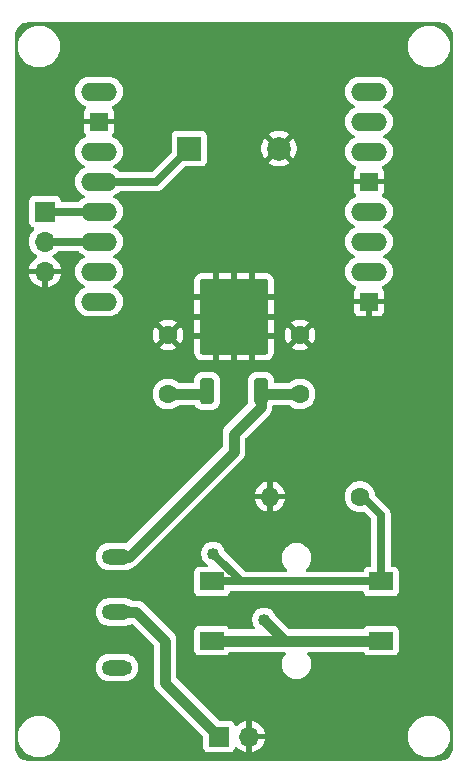
<source format=gbr>
%TF.GenerationSoftware,KiCad,Pcbnew,9.0.0*%
%TF.CreationDate,2025-08-24T16:33:36-07:00*%
%TF.ProjectId,sstv_backpack,73737476-5f62-4616-936b-7061636b2e6b,1.0*%
%TF.SameCoordinates,Original*%
%TF.FileFunction,Copper,L1,Top*%
%TF.FilePolarity,Positive*%
%FSLAX46Y46*%
G04 Gerber Fmt 4.6, Leading zero omitted, Abs format (unit mm)*
G04 Created by KiCad (PCBNEW 9.0.0) date 2025-08-24 16:33:36*
%MOMM*%
%LPD*%
G01*
G04 APERTURE LIST*
G04 Aperture macros list*
%AMRoundRect*
0 Rectangle with rounded corners*
0 $1 Rounding radius*
0 $2 $3 $4 $5 $6 $7 $8 $9 X,Y pos of 4 corners*
0 Add a 4 corners polygon primitive as box body*
4,1,4,$2,$3,$4,$5,$6,$7,$8,$9,$2,$3,0*
0 Add four circle primitives for the rounded corners*
1,1,$1+$1,$2,$3*
1,1,$1+$1,$4,$5*
1,1,$1+$1,$6,$7*
1,1,$1+$1,$8,$9*
0 Add four rect primitives between the rounded corners*
20,1,$1+$1,$2,$3,$4,$5,0*
20,1,$1+$1,$4,$5,$6,$7,0*
20,1,$1+$1,$6,$7,$8,$9,0*
20,1,$1+$1,$8,$9,$2,$3,0*%
G04 Aperture macros list end*
%TA.AperFunction,SMDPad,CuDef*%
%ADD10RoundRect,0.250000X1.125000X-1.275000X1.125000X1.275000X-1.125000X1.275000X-1.125000X-1.275000X0*%
%TD*%
%TA.AperFunction,SMDPad,CuDef*%
%ADD11RoundRect,0.249997X2.650003X-2.950003X2.650003X2.950003X-2.650003X2.950003X-2.650003X-2.950003X0*%
%TD*%
%TA.AperFunction,SMDPad,CuDef*%
%ADD12RoundRect,0.250000X0.350000X-0.850000X0.350000X0.850000X-0.350000X0.850000X-0.350000X-0.850000X0*%
%TD*%
%TA.AperFunction,ComponentPad*%
%ADD13C,1.600000*%
%TD*%
%TA.AperFunction,ComponentPad*%
%ADD14O,1.600000X1.600000*%
%TD*%
%TA.AperFunction,ComponentPad*%
%ADD15C,2.000000*%
%TD*%
%TA.AperFunction,ComponentPad*%
%ADD16R,2.000000X2.000000*%
%TD*%
%TA.AperFunction,ComponentPad*%
%ADD17O,2.600000X1.300000*%
%TD*%
%TA.AperFunction,ComponentPad*%
%ADD18R,1.524000X1.524000*%
%TD*%
%TA.AperFunction,ComponentPad*%
%ADD19O,3.048000X1.524000*%
%TD*%
%TA.AperFunction,SMDPad,CuDef*%
%ADD20R,2.000000X1.500000*%
%TD*%
%TA.AperFunction,ComponentPad*%
%ADD21O,1.700000X1.700000*%
%TD*%
%TA.AperFunction,ComponentPad*%
%ADD22R,1.700000X1.700000*%
%TD*%
%TA.AperFunction,ViaPad*%
%ADD23C,1.016000*%
%TD*%
%TA.AperFunction,Conductor*%
%ADD24C,0.889000*%
%TD*%
%TA.AperFunction,Conductor*%
%ADD25C,0.635000*%
%TD*%
G04 APERTURE END LIST*
D10*
%TO.P,VR1,2,GND*%
%TO.N,GND*%
X160275000Y-90585000D03*
X157225000Y-87235000D03*
X160275000Y-87235000D03*
D11*
X158750000Y-88910000D03*
D10*
X157225000Y-90585000D03*
D12*
%TO.P,VR1,1,OUT*%
%TO.N,+5V*%
X156470000Y-95210000D03*
%TO.P,VR1,3,IN*%
%TO.N,/8V IN*%
X161030000Y-95210000D03*
%TD*%
D13*
%TO.P,C1,2*%
%TO.N,GND*%
X153162000Y-90464000D03*
%TO.P,C1,1*%
%TO.N,+5V*%
X153162000Y-95464000D03*
%TD*%
D14*
%TO.P,R1,2*%
%TO.N,GND*%
X161798000Y-104140000D03*
D13*
%TO.P,R1,1*%
%TO.N,/CAPTURE*%
X169418000Y-104140000D03*
%TD*%
D15*
%TO.P,BZ1,2,-*%
%TO.N,GND*%
X162560000Y-74676000D03*
D16*
%TO.P,BZ1,1,+*%
%TO.N,/BUZZER*%
X154960000Y-74676000D03*
%TD*%
D13*
%TO.P,C2,2*%
%TO.N,GND*%
X164338000Y-90464000D03*
%TO.P,C2,1*%
%TO.N,/8V IN*%
X164338000Y-95464000D03*
%TD*%
D17*
%TO.P,SW2,3*%
%TO.N,unconnected-(SW2-Pad3)*%
X148844000Y-118620000D03*
%TO.P,SW2,2*%
%TO.N,/VIN*%
X148844000Y-113920000D03*
%TO.P,SW2,1*%
%TO.N,/8V IN*%
X148844000Y-109220000D03*
%TD*%
D18*
%TO.P,U1,P$5,GND@2*%
%TO.N,GND*%
X170180000Y-77470000D03*
%TO.P,U1,P$10,GND@3*%
X147320000Y-72390000D03*
%TO.P,U1,P$1,GND@1*%
X170180000Y-87630000D03*
D19*
%TO.P,U1,P$9,5V*%
%TO.N,+5V*%
X147320000Y-69850000D03*
%TO.P,U1,P$16,GPIO4*%
%TO.N,unconnected-(U1-GPIO4-PadP$16)*%
X147320000Y-87630000D03*
%TO.P,U1,P$15,GPIO2*%
%TO.N,unconnected-(U1-GPIO2-PadP$15)*%
X147320000Y-85090000D03*
%TO.P,U1,P$14,GPIO14*%
%TO.N,/TX OUT*%
X147320000Y-82550000D03*
%TO.P,U1,P$13,GPIO15*%
%TO.N,/PTT*%
X147320000Y-80010000D03*
%TO.P,U1,P$12,GPIO13*%
%TO.N,/BUZZER*%
X147320000Y-77470000D03*
%TO.P,U1,P$11,GPIO12*%
%TO.N,/CAPTURE*%
X147320000Y-74930000D03*
%TO.P,U1,P$8,3V3*%
%TO.N,unconnected-(U1-3V3-PadP$8)*%
X170180000Y-69850000D03*
%TO.P,U1,P$7,GPIO16*%
%TO.N,unconnected-(U1-GPIO16-PadP$7)*%
X170180000Y-72390000D03*
%TO.P,U1,P$6,GPIO0*%
%TO.N,unconnected-(U1-GPIO0-PadP$6)*%
X170180000Y-74930000D03*
%TO.P,U1,P$4,3V3/5V*%
%TO.N,unconnected-(U1-3V3{slash}5V-PadP$4)*%
X170180000Y-80010000D03*
%TO.P,U1,P$3,GPIO3*%
%TO.N,unconnected-(U1-GPIO3-PadP$3)*%
X170180000Y-82550000D03*
%TO.P,U1,P$2,GPIO1*%
%TO.N,unconnected-(U1-GPIO1-PadP$2)*%
X170180000Y-85090000D03*
%TD*%
D20*
%TO.P,SW1,2,2*%
%TO.N,+5V*%
X156896000Y-116332000D03*
X171196000Y-116332000D03*
%TO.P,SW1,1,1*%
%TO.N,/CAPTURE*%
X156896000Y-111332000D03*
X171196000Y-111332000D03*
%TD*%
D21*
%TO.P,J1,3,Pin_3*%
%TO.N,GND*%
X142748000Y-85090000D03*
%TO.P,J1,2,Pin_2*%
%TO.N,/TX OUT*%
X142748000Y-82550000D03*
D22*
%TO.P,J1,1,Pin_1*%
%TO.N,/PTT*%
X142748000Y-80010000D03*
%TD*%
D21*
%TO.P,BAT IN,2,Pin_2*%
%TO.N,GND*%
X160020000Y-124460000D03*
D22*
%TO.P,BAT IN,1,Pin_1*%
%TO.N,/VIN*%
X157480000Y-124460000D03*
%TD*%
D23*
%TO.N,GND*%
X158750000Y-88910000D03*
X160275000Y-90585000D03*
X158750000Y-88910000D03*
X160275000Y-87235000D03*
X157225000Y-87235000D03*
%TO.N,/CAPTURE*%
X156972000Y-108966000D03*
%TO.N,+5V*%
X161290000Y-114554000D03*
%TD*%
D24*
%TO.N,+5V*%
X161290000Y-114554000D02*
X163068000Y-116332000D01*
X156896000Y-116332000D02*
X163068000Y-116332000D01*
X163068000Y-116332000D02*
X171196000Y-116332000D01*
X153162000Y-95464000D02*
X156216000Y-95464000D01*
X156216000Y-95464000D02*
X156470000Y-95210000D01*
D25*
%TO.N,/CAPTURE*%
X156896000Y-111332000D02*
X159338000Y-111332000D01*
X159338000Y-111332000D02*
X171196000Y-111332000D01*
X156972000Y-108966000D02*
X159338000Y-111332000D01*
D24*
%TO.N,/8V IN*%
X161030000Y-96526000D02*
X161030000Y-95210000D01*
X149860000Y-109220000D02*
X158750000Y-100330000D01*
X158750000Y-100330000D02*
X158750000Y-98806000D01*
X148844000Y-109220000D02*
X149860000Y-109220000D01*
X158750000Y-98806000D02*
X161030000Y-96526000D01*
D25*
%TO.N,/BUZZER*%
X152166000Y-77470000D02*
X154960000Y-74676000D01*
X147320000Y-77470000D02*
X152166000Y-77470000D01*
%TO.N,/CAPTURE*%
X169672000Y-104140000D02*
X169418000Y-104140000D01*
X171196000Y-105664000D02*
X169672000Y-104140000D01*
X171196000Y-111332000D02*
X171196000Y-105664000D01*
D24*
%TO.N,/VIN*%
X152908000Y-119888000D02*
X152908000Y-116332000D01*
X157480000Y-124460000D02*
X152908000Y-119888000D01*
X152908000Y-116332000D02*
X150496000Y-113920000D01*
X150496000Y-113920000D02*
X148844000Y-113920000D01*
%TO.N,/8V IN*%
X161284000Y-95464000D02*
X161030000Y-95210000D01*
X164338000Y-95464000D02*
X161284000Y-95464000D01*
D25*
%TO.N,/TX OUT*%
X142748000Y-82550000D02*
X147320000Y-82550000D01*
%TO.N,/PTT*%
X142748000Y-80010000D02*
X147320000Y-80010000D01*
%TD*%
%TA.AperFunction,Conductor*%
%TO.N,GND*%
G36*
X176217894Y-64000971D02*
G01*
X176390446Y-64016068D01*
X176411731Y-64019821D01*
X176468954Y-64035153D01*
X176573802Y-64063247D01*
X176594103Y-64070636D01*
X176722120Y-64130331D01*
X176746165Y-64141544D01*
X176764884Y-64152351D01*
X176902327Y-64248590D01*
X176918884Y-64262484D01*
X177037515Y-64381115D01*
X177051409Y-64397672D01*
X177147648Y-64535115D01*
X177158455Y-64553834D01*
X177229360Y-64705889D01*
X177236753Y-64726201D01*
X177280178Y-64888268D01*
X177283931Y-64909553D01*
X177299028Y-65082104D01*
X177299500Y-65092912D01*
X177299500Y-125407087D01*
X177299028Y-125417894D01*
X177299028Y-125417895D01*
X177283931Y-125590446D01*
X177280178Y-125611731D01*
X177236753Y-125773798D01*
X177229360Y-125794110D01*
X177158455Y-125946165D01*
X177147648Y-125964884D01*
X177051409Y-126102327D01*
X177037515Y-126118884D01*
X176918884Y-126237515D01*
X176902327Y-126251409D01*
X176764884Y-126347648D01*
X176746165Y-126358455D01*
X176594110Y-126429360D01*
X176573798Y-126436753D01*
X176411731Y-126480178D01*
X176390446Y-126483931D01*
X176236074Y-126497437D01*
X176217893Y-126499028D01*
X176207088Y-126499500D01*
X141292912Y-126499500D01*
X141282106Y-126499028D01*
X141261813Y-126497252D01*
X141109553Y-126483931D01*
X141088268Y-126480178D01*
X140926201Y-126436753D01*
X140905889Y-126429360D01*
X140753834Y-126358455D01*
X140735115Y-126347648D01*
X140597672Y-126251409D01*
X140581115Y-126237515D01*
X140462484Y-126118884D01*
X140448590Y-126102327D01*
X140352351Y-125964884D01*
X140341544Y-125946165D01*
X140278282Y-125810500D01*
X140270636Y-125794103D01*
X140263246Y-125773798D01*
X140219821Y-125611731D01*
X140216068Y-125590445D01*
X140200972Y-125417894D01*
X140200500Y-125407087D01*
X140200500Y-124343947D01*
X140469500Y-124343947D01*
X140469500Y-124576052D01*
X140499794Y-124806148D01*
X140559862Y-125030328D01*
X140648677Y-125244745D01*
X140648685Y-125244762D01*
X140764720Y-125445743D01*
X140764721Y-125445745D01*
X140906009Y-125629875D01*
X140906015Y-125629882D01*
X141070117Y-125793984D01*
X141070124Y-125793990D01*
X141254254Y-125935278D01*
X141254256Y-125935279D01*
X141455237Y-126051314D01*
X141455240Y-126051315D01*
X141455248Y-126051320D01*
X141669670Y-126140137D01*
X141893851Y-126200206D01*
X142123955Y-126230500D01*
X142123962Y-126230500D01*
X142356038Y-126230500D01*
X142356045Y-126230500D01*
X142586149Y-126200206D01*
X142810330Y-126140137D01*
X143024752Y-126051320D01*
X143225748Y-125935276D01*
X143409877Y-125793989D01*
X143573989Y-125629877D01*
X143715276Y-125445748D01*
X143831320Y-125244752D01*
X143920137Y-125030330D01*
X143980206Y-124806149D01*
X144010500Y-124576045D01*
X144010500Y-124343955D01*
X143980206Y-124113851D01*
X143920137Y-123889670D01*
X143831320Y-123675248D01*
X143774846Y-123577431D01*
X143715279Y-123474256D01*
X143715278Y-123474254D01*
X143573990Y-123290124D01*
X143573984Y-123290117D01*
X143409882Y-123126015D01*
X143409875Y-123126009D01*
X143225745Y-122984721D01*
X143225743Y-122984720D01*
X143024762Y-122868685D01*
X143024754Y-122868681D01*
X143024752Y-122868680D01*
X142810330Y-122779863D01*
X142810331Y-122779863D01*
X142810328Y-122779862D01*
X142668203Y-122741780D01*
X142586149Y-122719794D01*
X142557386Y-122716007D01*
X142356052Y-122689500D01*
X142356045Y-122689500D01*
X142123955Y-122689500D01*
X142123947Y-122689500D01*
X141893851Y-122719794D01*
X141669671Y-122779862D01*
X141455254Y-122868677D01*
X141455237Y-122868685D01*
X141254256Y-122984720D01*
X141254254Y-122984721D01*
X141070124Y-123126009D01*
X141070117Y-123126015D01*
X140906015Y-123290117D01*
X140906009Y-123290124D01*
X140764721Y-123474254D01*
X140764720Y-123474256D01*
X140648685Y-123675237D01*
X140648677Y-123675254D01*
X140559862Y-123889671D01*
X140499794Y-124113851D01*
X140469500Y-124343947D01*
X140200500Y-124343947D01*
X140200500Y-118529448D01*
X147043500Y-118529448D01*
X147043500Y-118710551D01*
X147071829Y-118889410D01*
X147127787Y-119061636D01*
X147127788Y-119061639D01*
X147210006Y-119222997D01*
X147316441Y-119369494D01*
X147316445Y-119369499D01*
X147444500Y-119497554D01*
X147444505Y-119497558D01*
X147561419Y-119582500D01*
X147591006Y-119603996D01*
X147696484Y-119657740D01*
X147752360Y-119686211D01*
X147752363Y-119686212D01*
X147838476Y-119714191D01*
X147924591Y-119742171D01*
X148007429Y-119755291D01*
X148103449Y-119770500D01*
X148103454Y-119770500D01*
X149584551Y-119770500D01*
X149671259Y-119756765D01*
X149763409Y-119742171D01*
X149935639Y-119686211D01*
X150096994Y-119603996D01*
X150243501Y-119497553D01*
X150371553Y-119369501D01*
X150477996Y-119222994D01*
X150560211Y-119061639D01*
X150616171Y-118889409D01*
X150630765Y-118797259D01*
X150644500Y-118710551D01*
X150644500Y-118529448D01*
X150628019Y-118425397D01*
X150616171Y-118350591D01*
X150588191Y-118264476D01*
X150560212Y-118178363D01*
X150560211Y-118178360D01*
X150531740Y-118122484D01*
X150477996Y-118017006D01*
X150464396Y-117998287D01*
X150371558Y-117870505D01*
X150371554Y-117870500D01*
X150243499Y-117742445D01*
X150243494Y-117742441D01*
X150096997Y-117636006D01*
X150096996Y-117636005D01*
X150096994Y-117636004D01*
X150045300Y-117609664D01*
X149935639Y-117553788D01*
X149935636Y-117553787D01*
X149763410Y-117497829D01*
X149584551Y-117469500D01*
X149584546Y-117469500D01*
X148103454Y-117469500D01*
X148103449Y-117469500D01*
X147924589Y-117497829D01*
X147752363Y-117553787D01*
X147752360Y-117553788D01*
X147591002Y-117636006D01*
X147444505Y-117742441D01*
X147444500Y-117742445D01*
X147316445Y-117870500D01*
X147316441Y-117870505D01*
X147210006Y-118017002D01*
X147127788Y-118178360D01*
X147127787Y-118178363D01*
X147071829Y-118350589D01*
X147043500Y-118529448D01*
X140200500Y-118529448D01*
X140200500Y-113829448D01*
X147043500Y-113829448D01*
X147043500Y-114010551D01*
X147071829Y-114189410D01*
X147127787Y-114361636D01*
X147127788Y-114361639D01*
X147210006Y-114522997D01*
X147316441Y-114669494D01*
X147316445Y-114669499D01*
X147444500Y-114797554D01*
X147444505Y-114797558D01*
X147514155Y-114848161D01*
X147591006Y-114903996D01*
X147666686Y-114942557D01*
X147752360Y-114986211D01*
X147752363Y-114986212D01*
X147838476Y-115014191D01*
X147924591Y-115042171D01*
X148007429Y-115055291D01*
X148103449Y-115070500D01*
X148103454Y-115070500D01*
X149584551Y-115070500D01*
X149671259Y-115056765D01*
X149763409Y-115042171D01*
X149935639Y-114986211D01*
X149935639Y-114986210D01*
X149935644Y-114986209D01*
X150047572Y-114929178D01*
X150116242Y-114916281D01*
X150180982Y-114942557D01*
X150191549Y-114951981D01*
X151926681Y-116687113D01*
X151960166Y-116748436D01*
X151963000Y-116774794D01*
X151963000Y-119981078D01*
X151999314Y-120163638D01*
X151999316Y-120163646D01*
X152070552Y-120335627D01*
X152173967Y-120490398D01*
X152173973Y-120490406D01*
X156093181Y-124409613D01*
X156126666Y-124470936D01*
X156129500Y-124497294D01*
X156129500Y-125357870D01*
X156129501Y-125357876D01*
X156135908Y-125417483D01*
X156186202Y-125552328D01*
X156186206Y-125552335D01*
X156272452Y-125667544D01*
X156272455Y-125667547D01*
X156387664Y-125753793D01*
X156387671Y-125753797D01*
X156522517Y-125804091D01*
X156522516Y-125804091D01*
X156529444Y-125804835D01*
X156582127Y-125810500D01*
X158377872Y-125810499D01*
X158437483Y-125804091D01*
X158572331Y-125753796D01*
X158687546Y-125667546D01*
X158773796Y-125552331D01*
X158823002Y-125420401D01*
X158864872Y-125364468D01*
X158930337Y-125340050D01*
X158998610Y-125354901D01*
X159026865Y-125376053D01*
X159140535Y-125489723D01*
X159140540Y-125489727D01*
X159312442Y-125614620D01*
X159501782Y-125711095D01*
X159703871Y-125776757D01*
X159770000Y-125787231D01*
X159770000Y-124893012D01*
X159827007Y-124925925D01*
X159954174Y-124960000D01*
X160085826Y-124960000D01*
X160212993Y-124925925D01*
X160270000Y-124893012D01*
X160270000Y-125787230D01*
X160336126Y-125776757D01*
X160336129Y-125776757D01*
X160538217Y-125711095D01*
X160727557Y-125614620D01*
X160899459Y-125489727D01*
X160899464Y-125489723D01*
X161049723Y-125339464D01*
X161049727Y-125339459D01*
X161174620Y-125167557D01*
X161271095Y-124978217D01*
X161336757Y-124776129D01*
X161336757Y-124776126D01*
X161347231Y-124710000D01*
X160453012Y-124710000D01*
X160485925Y-124652993D01*
X160520000Y-124525826D01*
X160520000Y-124394174D01*
X160506541Y-124343947D01*
X173489500Y-124343947D01*
X173489500Y-124576052D01*
X173519794Y-124806148D01*
X173579862Y-125030328D01*
X173668677Y-125244745D01*
X173668685Y-125244762D01*
X173784720Y-125445743D01*
X173784721Y-125445745D01*
X173926009Y-125629875D01*
X173926015Y-125629882D01*
X174090117Y-125793984D01*
X174090124Y-125793990D01*
X174274254Y-125935278D01*
X174274256Y-125935279D01*
X174475237Y-126051314D01*
X174475240Y-126051315D01*
X174475248Y-126051320D01*
X174689670Y-126140137D01*
X174913851Y-126200206D01*
X175143955Y-126230500D01*
X175143962Y-126230500D01*
X175376038Y-126230500D01*
X175376045Y-126230500D01*
X175606149Y-126200206D01*
X175830330Y-126140137D01*
X176044752Y-126051320D01*
X176245748Y-125935276D01*
X176429877Y-125793989D01*
X176593989Y-125629877D01*
X176735276Y-125445748D01*
X176851320Y-125244752D01*
X176940137Y-125030330D01*
X177000206Y-124806149D01*
X177030500Y-124576045D01*
X177030500Y-124343955D01*
X177000206Y-124113851D01*
X176940137Y-123889670D01*
X176851320Y-123675248D01*
X176794846Y-123577431D01*
X176735279Y-123474256D01*
X176735278Y-123474254D01*
X176593990Y-123290124D01*
X176593984Y-123290117D01*
X176429882Y-123126015D01*
X176429875Y-123126009D01*
X176245745Y-122984721D01*
X176245743Y-122984720D01*
X176044762Y-122868685D01*
X176044754Y-122868681D01*
X176044752Y-122868680D01*
X175830330Y-122779863D01*
X175830331Y-122779863D01*
X175830328Y-122779862D01*
X175688203Y-122741780D01*
X175606149Y-122719794D01*
X175577386Y-122716007D01*
X175376052Y-122689500D01*
X175376045Y-122689500D01*
X175143955Y-122689500D01*
X175143947Y-122689500D01*
X174913851Y-122719794D01*
X174689671Y-122779862D01*
X174475254Y-122868677D01*
X174475237Y-122868685D01*
X174274256Y-122984720D01*
X174274254Y-122984721D01*
X174090124Y-123126009D01*
X174090117Y-123126015D01*
X173926015Y-123290117D01*
X173926009Y-123290124D01*
X173784721Y-123474254D01*
X173784720Y-123474256D01*
X173668685Y-123675237D01*
X173668677Y-123675254D01*
X173579862Y-123889671D01*
X173519794Y-124113851D01*
X173489500Y-124343947D01*
X160506541Y-124343947D01*
X160485925Y-124267007D01*
X160453012Y-124210000D01*
X161347231Y-124210000D01*
X161336757Y-124143873D01*
X161336757Y-124143870D01*
X161271095Y-123941782D01*
X161174620Y-123752442D01*
X161049727Y-123580540D01*
X161049723Y-123580535D01*
X160899464Y-123430276D01*
X160899459Y-123430272D01*
X160727557Y-123305379D01*
X160538215Y-123208903D01*
X160336124Y-123143241D01*
X160270000Y-123132768D01*
X160270000Y-124026988D01*
X160212993Y-123994075D01*
X160085826Y-123960000D01*
X159954174Y-123960000D01*
X159827007Y-123994075D01*
X159770000Y-124026988D01*
X159770000Y-123132768D01*
X159769999Y-123132768D01*
X159703875Y-123143241D01*
X159501784Y-123208903D01*
X159312442Y-123305379D01*
X159140541Y-123430271D01*
X159026865Y-123543947D01*
X158965542Y-123577431D01*
X158895850Y-123572447D01*
X158839917Y-123530575D01*
X158823002Y-123499598D01*
X158813549Y-123474254D01*
X158773796Y-123367669D01*
X158773795Y-123367668D01*
X158773793Y-123367664D01*
X158687547Y-123252455D01*
X158687544Y-123252452D01*
X158572335Y-123166206D01*
X158572328Y-123166202D01*
X158437482Y-123115908D01*
X158437483Y-123115908D01*
X158377883Y-123109501D01*
X158377881Y-123109500D01*
X158377873Y-123109500D01*
X158377865Y-123109500D01*
X157517294Y-123109500D01*
X157450255Y-123089815D01*
X157429613Y-123073181D01*
X153889319Y-119532887D01*
X153855834Y-119471564D01*
X153853000Y-119445206D01*
X153853000Y-116238923D01*
X153852999Y-116238921D01*
X153816685Y-116056361D01*
X153816684Y-116056354D01*
X153747775Y-115889993D01*
X153746130Y-115885394D01*
X153642029Y-115729597D01*
X153642026Y-115729593D01*
X153446568Y-115534135D01*
X155395500Y-115534135D01*
X155395500Y-117129870D01*
X155395501Y-117129876D01*
X155401908Y-117189483D01*
X155452202Y-117324328D01*
X155452206Y-117324335D01*
X155538452Y-117439544D01*
X155538455Y-117439547D01*
X155653664Y-117525793D01*
X155653671Y-117525797D01*
X155788517Y-117576091D01*
X155788516Y-117576091D01*
X155795444Y-117576835D01*
X155848127Y-117582500D01*
X157943872Y-117582499D01*
X158003483Y-117576091D01*
X158138331Y-117525796D01*
X158253546Y-117439546D01*
X158338032Y-117326688D01*
X158393966Y-117284818D01*
X158437298Y-117277000D01*
X162974926Y-117277000D01*
X163033164Y-117277000D01*
X163100203Y-117296685D01*
X163145958Y-117349489D01*
X163155902Y-117418647D01*
X163126877Y-117482203D01*
X163120845Y-117488681D01*
X163092174Y-117517351D01*
X163092174Y-117517352D01*
X163092172Y-117517354D01*
X163049497Y-117576091D01*
X162976476Y-117676594D01*
X162887117Y-117851970D01*
X162826290Y-118039173D01*
X162795500Y-118233577D01*
X162795500Y-118430422D01*
X162826290Y-118624826D01*
X162887117Y-118812029D01*
X162926545Y-118889410D01*
X162976476Y-118987405D01*
X163092172Y-119146646D01*
X163231354Y-119285828D01*
X163390595Y-119401524D01*
X163473455Y-119443743D01*
X163565970Y-119490882D01*
X163565972Y-119490882D01*
X163565975Y-119490884D01*
X163666317Y-119523487D01*
X163753173Y-119551709D01*
X163947578Y-119582500D01*
X163947583Y-119582500D01*
X164144422Y-119582500D01*
X164338826Y-119551709D01*
X164526025Y-119490884D01*
X164701405Y-119401524D01*
X164860646Y-119285828D01*
X164999828Y-119146646D01*
X165115524Y-118987405D01*
X165204884Y-118812025D01*
X165265709Y-118624826D01*
X165296500Y-118430422D01*
X165296500Y-118233577D01*
X165265709Y-118039173D01*
X165237487Y-117952317D01*
X165204884Y-117851975D01*
X165204882Y-117851972D01*
X165204882Y-117851970D01*
X165115523Y-117676594D01*
X165086034Y-117636006D01*
X164999828Y-117517354D01*
X164971155Y-117488681D01*
X164937670Y-117427358D01*
X164942654Y-117357666D01*
X164984526Y-117301733D01*
X165049990Y-117277316D01*
X165058836Y-117277000D01*
X169654702Y-117277000D01*
X169721741Y-117296685D01*
X169753968Y-117326688D01*
X169838455Y-117439547D01*
X169953664Y-117525793D01*
X169953671Y-117525797D01*
X170088517Y-117576091D01*
X170088516Y-117576091D01*
X170095444Y-117576835D01*
X170148127Y-117582500D01*
X172243872Y-117582499D01*
X172303483Y-117576091D01*
X172438331Y-117525796D01*
X172553546Y-117439546D01*
X172639796Y-117324331D01*
X172690091Y-117189483D01*
X172696500Y-117129873D01*
X172696499Y-115534128D01*
X172690091Y-115474517D01*
X172657449Y-115387000D01*
X172639797Y-115339671D01*
X172639793Y-115339664D01*
X172553547Y-115224455D01*
X172553544Y-115224452D01*
X172438335Y-115138206D01*
X172438328Y-115138202D01*
X172303482Y-115087908D01*
X172303483Y-115087908D01*
X172243883Y-115081501D01*
X172243881Y-115081500D01*
X172243873Y-115081500D01*
X172243864Y-115081500D01*
X170148129Y-115081500D01*
X170148123Y-115081501D01*
X170088516Y-115087908D01*
X169953671Y-115138202D01*
X169953664Y-115138206D01*
X169838455Y-115224452D01*
X169753968Y-115337312D01*
X169698034Y-115379182D01*
X169654702Y-115387000D01*
X163510793Y-115387000D01*
X163443754Y-115367315D01*
X163423112Y-115350681D01*
X162225906Y-114153474D01*
X162199026Y-114113245D01*
X162183724Y-114076301D01*
X162183717Y-114076289D01*
X162073353Y-113911119D01*
X162073350Y-113911115D01*
X161932884Y-113770649D01*
X161932880Y-113770646D01*
X161767710Y-113660282D01*
X161767701Y-113660277D01*
X161584169Y-113584256D01*
X161584161Y-113584254D01*
X161389333Y-113545500D01*
X161389329Y-113545500D01*
X161190671Y-113545500D01*
X161190666Y-113545500D01*
X160995838Y-113584254D01*
X160995830Y-113584256D01*
X160812298Y-113660277D01*
X160812289Y-113660282D01*
X160647119Y-113770646D01*
X160647115Y-113770649D01*
X160506649Y-113911115D01*
X160506646Y-113911119D01*
X160396282Y-114076289D01*
X160396277Y-114076298D01*
X160320256Y-114259830D01*
X160320254Y-114259838D01*
X160281500Y-114454666D01*
X160281500Y-114653333D01*
X160320254Y-114848161D01*
X160320256Y-114848169D01*
X160396277Y-115031701D01*
X160396282Y-115031710D01*
X160504794Y-115194109D01*
X160525672Y-115260787D01*
X160507187Y-115328167D01*
X160455209Y-115374857D01*
X160401692Y-115387000D01*
X158437298Y-115387000D01*
X158370259Y-115367315D01*
X158338032Y-115337312D01*
X158280745Y-115260787D01*
X158253546Y-115224454D01*
X158253544Y-115224453D01*
X158253544Y-115224452D01*
X158138335Y-115138206D01*
X158138328Y-115138202D01*
X158003482Y-115087908D01*
X158003483Y-115087908D01*
X157943883Y-115081501D01*
X157943881Y-115081500D01*
X157943873Y-115081500D01*
X157943864Y-115081500D01*
X155848129Y-115081500D01*
X155848123Y-115081501D01*
X155788516Y-115087908D01*
X155653671Y-115138202D01*
X155653664Y-115138206D01*
X155538455Y-115224452D01*
X155538452Y-115224455D01*
X155452206Y-115339664D01*
X155452202Y-115339671D01*
X155401908Y-115474517D01*
X155395501Y-115534116D01*
X155395501Y-115534123D01*
X155395500Y-115534135D01*
X153446568Y-115534135D01*
X151098406Y-113185973D01*
X151098398Y-113185967D01*
X150943626Y-113082552D01*
X150943627Y-113082552D01*
X150771646Y-113011316D01*
X150771638Y-113011314D01*
X150589077Y-112975000D01*
X150589074Y-112975000D01*
X150190958Y-112975000D01*
X150123919Y-112955315D01*
X150118073Y-112951318D01*
X150096997Y-112936006D01*
X150096996Y-112936005D01*
X150096994Y-112936004D01*
X150045300Y-112909664D01*
X149935639Y-112853788D01*
X149935636Y-112853787D01*
X149763410Y-112797829D01*
X149584551Y-112769500D01*
X149584546Y-112769500D01*
X148103454Y-112769500D01*
X148103449Y-112769500D01*
X147924589Y-112797829D01*
X147752363Y-112853787D01*
X147752360Y-112853788D01*
X147591002Y-112936006D01*
X147444505Y-113042441D01*
X147444500Y-113042445D01*
X147316445Y-113170500D01*
X147316441Y-113170505D01*
X147210006Y-113317002D01*
X147127788Y-113478360D01*
X147127787Y-113478363D01*
X147071829Y-113650589D01*
X147043500Y-113829448D01*
X140200500Y-113829448D01*
X140200500Y-110534135D01*
X155395500Y-110534135D01*
X155395500Y-112129870D01*
X155395501Y-112129876D01*
X155401908Y-112189483D01*
X155452202Y-112324328D01*
X155452206Y-112324335D01*
X155538452Y-112439544D01*
X155538455Y-112439547D01*
X155653664Y-112525793D01*
X155653671Y-112525797D01*
X155788517Y-112576091D01*
X155788516Y-112576091D01*
X155795444Y-112576835D01*
X155848127Y-112582500D01*
X157943872Y-112582499D01*
X158003483Y-112576091D01*
X158138331Y-112525796D01*
X158253546Y-112439546D01*
X158339796Y-112324331D01*
X158345397Y-112309313D01*
X158374731Y-112230667D01*
X158416602Y-112174733D01*
X158482067Y-112150316D01*
X158490913Y-112150000D01*
X159257434Y-112150000D01*
X159418565Y-112150000D01*
X169601087Y-112150000D01*
X169668126Y-112169685D01*
X169713881Y-112222489D01*
X169717269Y-112230667D01*
X169752202Y-112324328D01*
X169752206Y-112324335D01*
X169838452Y-112439544D01*
X169838455Y-112439547D01*
X169953664Y-112525793D01*
X169953671Y-112525797D01*
X170088517Y-112576091D01*
X170088516Y-112576091D01*
X170095444Y-112576835D01*
X170148127Y-112582500D01*
X172243872Y-112582499D01*
X172303483Y-112576091D01*
X172438331Y-112525796D01*
X172553546Y-112439546D01*
X172639796Y-112324331D01*
X172690091Y-112189483D01*
X172696500Y-112129873D01*
X172696499Y-110534128D01*
X172690091Y-110474517D01*
X172674730Y-110433333D01*
X172639797Y-110339671D01*
X172639793Y-110339664D01*
X172553547Y-110224455D01*
X172553544Y-110224452D01*
X172438335Y-110138206D01*
X172438328Y-110138202D01*
X172303482Y-110087908D01*
X172303483Y-110087908D01*
X172243883Y-110081501D01*
X172243881Y-110081500D01*
X172243873Y-110081500D01*
X172243865Y-110081500D01*
X172138000Y-110081500D01*
X172070961Y-110061815D01*
X172025206Y-110009011D01*
X172014000Y-109957500D01*
X172014000Y-105583433D01*
X172013999Y-105583429D01*
X171982566Y-105425405D01*
X171982565Y-105425398D01*
X171923228Y-105282149D01*
X171921584Y-105277551D01*
X171831382Y-105142554D01*
X171831379Y-105142551D01*
X170745488Y-104056661D01*
X170712003Y-103995338D01*
X170710696Y-103988378D01*
X170695114Y-103890000D01*
X170686477Y-103835466D01*
X170623220Y-103640781D01*
X170623218Y-103640778D01*
X170623218Y-103640776D01*
X170530419Y-103458650D01*
X170530287Y-103458390D01*
X170522556Y-103447749D01*
X170409971Y-103292786D01*
X170265213Y-103148028D01*
X170099613Y-103027715D01*
X170099612Y-103027714D01*
X170099610Y-103027713D01*
X170042653Y-102998691D01*
X169917223Y-102934781D01*
X169722534Y-102871522D01*
X169547995Y-102843878D01*
X169520352Y-102839500D01*
X169315648Y-102839500D01*
X169291329Y-102843351D01*
X169113465Y-102871522D01*
X168918776Y-102934781D01*
X168736386Y-103027715D01*
X168570786Y-103148028D01*
X168426028Y-103292786D01*
X168305715Y-103458386D01*
X168212781Y-103640776D01*
X168149522Y-103835465D01*
X168117500Y-104037648D01*
X168117500Y-104242351D01*
X168149522Y-104444534D01*
X168212781Y-104639223D01*
X168305715Y-104821613D01*
X168426028Y-104987213D01*
X168570786Y-105131971D01*
X168725749Y-105244556D01*
X168736390Y-105252287D01*
X168852607Y-105311503D01*
X168918776Y-105345218D01*
X168918778Y-105345218D01*
X168918781Y-105345220D01*
X169023137Y-105379127D01*
X169113465Y-105408477D01*
X169179639Y-105418958D01*
X169315648Y-105440500D01*
X169315649Y-105440500D01*
X169520351Y-105440500D01*
X169520352Y-105440500D01*
X169712891Y-105410004D01*
X169782183Y-105418958D01*
X169819969Y-105444796D01*
X170341681Y-105966508D01*
X170375166Y-106027831D01*
X170378000Y-106054189D01*
X170378000Y-109957500D01*
X170358315Y-110024539D01*
X170305511Y-110070294D01*
X170254001Y-110081500D01*
X170148130Y-110081500D01*
X170148123Y-110081501D01*
X170088516Y-110087908D01*
X169953671Y-110138202D01*
X169953664Y-110138206D01*
X169838455Y-110224452D01*
X169838452Y-110224455D01*
X169752206Y-110339664D01*
X169752202Y-110339671D01*
X169717269Y-110433333D01*
X169675398Y-110489267D01*
X169609933Y-110513684D01*
X169601087Y-110514000D01*
X164928227Y-110514000D01*
X164861188Y-110494315D01*
X164815433Y-110441511D01*
X164805489Y-110372353D01*
X164834514Y-110308797D01*
X164855339Y-110289684D01*
X164856365Y-110288938D01*
X164860646Y-110285828D01*
X164999828Y-110146646D01*
X165115524Y-109987405D01*
X165204884Y-109812025D01*
X165265709Y-109624826D01*
X165294396Y-109443704D01*
X165296500Y-109430422D01*
X165296500Y-109233577D01*
X165265709Y-109039173D01*
X165204882Y-108851970D01*
X165115523Y-108676594D01*
X165112068Y-108671838D01*
X164999828Y-108517354D01*
X164860646Y-108378172D01*
X164701405Y-108262476D01*
X164526029Y-108173117D01*
X164338826Y-108112290D01*
X164144422Y-108081500D01*
X164144417Y-108081500D01*
X163947583Y-108081500D01*
X163947578Y-108081500D01*
X163753173Y-108112290D01*
X163565970Y-108173117D01*
X163390594Y-108262476D01*
X163299741Y-108328485D01*
X163231354Y-108378172D01*
X163231352Y-108378174D01*
X163231351Y-108378174D01*
X163092174Y-108517351D01*
X163092174Y-108517352D01*
X163092172Y-108517354D01*
X163042485Y-108585741D01*
X162976476Y-108676594D01*
X162887117Y-108851970D01*
X162826290Y-109039173D01*
X162795500Y-109233577D01*
X162795500Y-109430422D01*
X162826290Y-109624826D01*
X162887117Y-109812029D01*
X162971345Y-109977335D01*
X162976476Y-109987405D01*
X163092172Y-110146646D01*
X163231354Y-110285828D01*
X163231357Y-110285830D01*
X163236661Y-110289684D01*
X163279325Y-110345015D01*
X163285303Y-110414629D01*
X163252695Y-110476423D01*
X163191855Y-110510778D01*
X163163773Y-110514000D01*
X159728189Y-110514000D01*
X159661150Y-110494315D01*
X159640508Y-110477681D01*
X157994931Y-108832104D01*
X157961446Y-108770781D01*
X157961009Y-108768685D01*
X157941744Y-108671831D01*
X157865721Y-108488296D01*
X157865720Y-108488295D01*
X157865717Y-108488289D01*
X157755353Y-108323119D01*
X157755350Y-108323115D01*
X157614884Y-108182649D01*
X157614880Y-108182646D01*
X157449710Y-108072282D01*
X157449701Y-108072277D01*
X157266169Y-107996256D01*
X157266161Y-107996254D01*
X157071333Y-107957500D01*
X157071329Y-107957500D01*
X156872671Y-107957500D01*
X156872666Y-107957500D01*
X156677838Y-107996254D01*
X156677830Y-107996256D01*
X156494298Y-108072277D01*
X156494289Y-108072282D01*
X156329119Y-108182646D01*
X156329115Y-108182649D01*
X156188649Y-108323115D01*
X156188646Y-108323119D01*
X156078282Y-108488289D01*
X156078277Y-108488298D01*
X156002256Y-108671830D01*
X156002254Y-108671838D01*
X155963500Y-108866666D01*
X155963500Y-109065333D01*
X156002254Y-109260161D01*
X156002256Y-109260169D01*
X156078277Y-109443701D01*
X156078282Y-109443710D01*
X156188646Y-109608880D01*
X156188649Y-109608884D01*
X156329115Y-109749350D01*
X156329119Y-109749353D01*
X156486329Y-109854398D01*
X156531134Y-109908010D01*
X156539841Y-109977335D01*
X156509687Y-110040363D01*
X156450243Y-110077082D01*
X156417438Y-110081500D01*
X155848129Y-110081500D01*
X155848123Y-110081501D01*
X155788516Y-110087908D01*
X155653671Y-110138202D01*
X155653664Y-110138206D01*
X155538455Y-110224452D01*
X155538452Y-110224455D01*
X155452206Y-110339664D01*
X155452202Y-110339671D01*
X155401908Y-110474517D01*
X155397664Y-110514000D01*
X155395501Y-110534123D01*
X155395500Y-110534135D01*
X140200500Y-110534135D01*
X140200500Y-109129448D01*
X147043500Y-109129448D01*
X147043500Y-109310551D01*
X147071829Y-109489410D01*
X147127787Y-109661636D01*
X147127788Y-109661639D01*
X147210006Y-109822997D01*
X147316441Y-109969494D01*
X147316445Y-109969499D01*
X147444500Y-110097554D01*
X147444505Y-110097558D01*
X147572287Y-110190396D01*
X147591006Y-110203996D01*
X147696484Y-110257740D01*
X147752360Y-110286211D01*
X147752363Y-110286212D01*
X147838476Y-110314191D01*
X147924591Y-110342171D01*
X148007429Y-110355291D01*
X148103449Y-110370500D01*
X148103454Y-110370500D01*
X149584551Y-110370500D01*
X149671259Y-110356765D01*
X149763409Y-110342171D01*
X149935639Y-110286211D01*
X150096994Y-110203996D01*
X150243501Y-110097553D01*
X150249179Y-110091874D01*
X150272248Y-110073718D01*
X150280485Y-110068688D01*
X150307625Y-110057448D01*
X150397884Y-109997139D01*
X150462403Y-109954029D01*
X154971636Y-105444796D01*
X156526432Y-103890000D01*
X160521391Y-103890000D01*
X161482314Y-103890000D01*
X161477920Y-103894394D01*
X161425259Y-103985606D01*
X161398000Y-104087339D01*
X161398000Y-104192661D01*
X161425259Y-104294394D01*
X161477920Y-104385606D01*
X161482314Y-104390000D01*
X160521391Y-104390000D01*
X160530009Y-104444413D01*
X160593244Y-104639029D01*
X160686140Y-104821349D01*
X160806417Y-104986894D01*
X160806417Y-104986895D01*
X160951104Y-105131582D01*
X161116650Y-105251859D01*
X161298968Y-105344754D01*
X161493578Y-105407988D01*
X161548000Y-105416607D01*
X161548000Y-104455686D01*
X161552394Y-104460080D01*
X161643606Y-104512741D01*
X161745339Y-104540000D01*
X161850661Y-104540000D01*
X161952394Y-104512741D01*
X162043606Y-104460080D01*
X162048000Y-104455686D01*
X162048000Y-105416606D01*
X162102421Y-105407988D01*
X162297031Y-105344754D01*
X162479349Y-105251859D01*
X162644894Y-105131582D01*
X162644895Y-105131582D01*
X162789582Y-104986895D01*
X162789582Y-104986894D01*
X162909859Y-104821349D01*
X163002755Y-104639029D01*
X163065990Y-104444413D01*
X163074609Y-104390000D01*
X162113686Y-104390000D01*
X162118080Y-104385606D01*
X162170741Y-104294394D01*
X162198000Y-104192661D01*
X162198000Y-104087339D01*
X162170741Y-103985606D01*
X162118080Y-103894394D01*
X162113686Y-103890000D01*
X163074609Y-103890000D01*
X163065990Y-103835586D01*
X163002755Y-103640970D01*
X162909859Y-103458650D01*
X162789582Y-103293105D01*
X162789582Y-103293104D01*
X162644895Y-103148417D01*
X162479349Y-103028140D01*
X162297029Y-102935244D01*
X162102413Y-102872009D01*
X162048000Y-102863390D01*
X162048000Y-103824314D01*
X162043606Y-103819920D01*
X161952394Y-103767259D01*
X161850661Y-103740000D01*
X161745339Y-103740000D01*
X161643606Y-103767259D01*
X161552394Y-103819920D01*
X161548000Y-103824314D01*
X161548000Y-102863390D01*
X161493586Y-102872009D01*
X161298970Y-102935244D01*
X161116650Y-103028140D01*
X160951105Y-103148417D01*
X160951104Y-103148417D01*
X160806417Y-103293104D01*
X160806417Y-103293105D01*
X160686140Y-103458650D01*
X160593244Y-103640970D01*
X160530009Y-103835586D01*
X160521391Y-103890000D01*
X156526432Y-103890000D01*
X156577050Y-103839382D01*
X159484026Y-100932405D01*
X159484025Y-100932405D01*
X159484029Y-100932402D01*
X159587448Y-100777625D01*
X159658684Y-100605646D01*
X159695000Y-100423074D01*
X159695000Y-100236925D01*
X159695000Y-99248794D01*
X159714685Y-99181755D01*
X159731319Y-99161113D01*
X161764026Y-97128406D01*
X161764029Y-97128403D01*
X161867448Y-96973625D01*
X161938684Y-96801646D01*
X161946073Y-96764500D01*
X161975000Y-96619074D01*
X161975000Y-96551657D01*
X161976147Y-96543284D01*
X161986002Y-96521315D01*
X161993462Y-96495015D01*
X162010185Y-96467903D01*
X162062133Y-96421178D01*
X162115723Y-96409000D01*
X163392453Y-96409000D01*
X163459492Y-96428685D01*
X163480134Y-96445319D01*
X163490786Y-96455971D01*
X163645749Y-96568556D01*
X163656390Y-96576287D01*
X163772607Y-96635503D01*
X163838776Y-96669218D01*
X163838778Y-96669218D01*
X163838781Y-96669220D01*
X163943137Y-96703127D01*
X164033465Y-96732477D01*
X164111345Y-96744812D01*
X164235648Y-96764500D01*
X164235649Y-96764500D01*
X164440351Y-96764500D01*
X164440352Y-96764500D01*
X164642534Y-96732477D01*
X164837219Y-96669220D01*
X165019610Y-96576287D01*
X165168788Y-96467904D01*
X165185213Y-96455971D01*
X165185215Y-96455968D01*
X165185219Y-96455966D01*
X165329966Y-96311219D01*
X165329968Y-96311215D01*
X165329971Y-96311213D01*
X165401473Y-96212797D01*
X165450287Y-96145610D01*
X165543220Y-95963219D01*
X165606477Y-95768534D01*
X165638500Y-95566352D01*
X165638500Y-95361648D01*
X165606477Y-95159466D01*
X165543220Y-94964781D01*
X165543218Y-94964778D01*
X165543218Y-94964776D01*
X165509503Y-94898607D01*
X165450287Y-94782390D01*
X165442556Y-94771749D01*
X165329971Y-94616786D01*
X165185213Y-94472028D01*
X165019613Y-94351715D01*
X165019612Y-94351714D01*
X165019610Y-94351713D01*
X164937726Y-94309991D01*
X164837223Y-94258781D01*
X164642534Y-94195522D01*
X164467995Y-94167878D01*
X164440352Y-94163500D01*
X164235648Y-94163500D01*
X164211329Y-94167351D01*
X164033465Y-94195522D01*
X163838776Y-94258781D01*
X163656386Y-94351715D01*
X163490786Y-94472028D01*
X163490782Y-94472032D01*
X163480134Y-94482681D01*
X163418811Y-94516166D01*
X163392453Y-94519000D01*
X162254499Y-94519000D01*
X162187460Y-94499315D01*
X162141705Y-94446511D01*
X162130499Y-94395000D01*
X162130499Y-94309998D01*
X162130498Y-94309981D01*
X162119999Y-94207203D01*
X162119998Y-94207200D01*
X162105517Y-94163500D01*
X162064814Y-94040666D01*
X161972712Y-93891344D01*
X161848656Y-93767288D01*
X161699334Y-93675186D01*
X161532797Y-93620001D01*
X161532795Y-93620000D01*
X161430010Y-93609500D01*
X160629998Y-93609500D01*
X160629980Y-93609501D01*
X160527203Y-93620000D01*
X160527200Y-93620001D01*
X160360668Y-93675185D01*
X160360663Y-93675187D01*
X160211342Y-93767289D01*
X160087289Y-93891342D01*
X159995187Y-94040663D01*
X159995186Y-94040666D01*
X159940001Y-94207203D01*
X159940001Y-94207204D01*
X159940000Y-94207204D01*
X159929500Y-94309983D01*
X159929500Y-96110001D01*
X159929501Y-96110019D01*
X159940201Y-96214760D01*
X159927431Y-96283453D01*
X159904524Y-96315042D01*
X158015973Y-98203593D01*
X158015967Y-98203601D01*
X157912552Y-98358372D01*
X157841316Y-98530353D01*
X157841314Y-98530361D01*
X157805000Y-98712921D01*
X157805000Y-99887205D01*
X157785315Y-99954244D01*
X157768681Y-99974886D01*
X149706503Y-108037063D01*
X149645180Y-108070548D01*
X149599428Y-108071856D01*
X149584550Y-108069500D01*
X149584546Y-108069500D01*
X148103454Y-108069500D01*
X148103449Y-108069500D01*
X147924589Y-108097829D01*
X147752363Y-108153787D01*
X147752360Y-108153788D01*
X147591002Y-108236006D01*
X147444505Y-108342441D01*
X147444500Y-108342445D01*
X147316445Y-108470500D01*
X147316441Y-108470505D01*
X147210006Y-108617002D01*
X147127788Y-108778360D01*
X147127787Y-108778363D01*
X147071829Y-108950589D01*
X147043500Y-109129448D01*
X140200500Y-109129448D01*
X140200500Y-95361648D01*
X151861500Y-95361648D01*
X151861500Y-95566351D01*
X151893522Y-95768534D01*
X151956781Y-95963223D01*
X152020691Y-96088653D01*
X152031578Y-96110019D01*
X152049715Y-96145613D01*
X152170028Y-96311213D01*
X152314786Y-96455971D01*
X152469749Y-96568556D01*
X152480390Y-96576287D01*
X152596607Y-96635503D01*
X152662776Y-96669218D01*
X152662778Y-96669218D01*
X152662781Y-96669220D01*
X152767137Y-96703127D01*
X152857465Y-96732477D01*
X152935345Y-96744812D01*
X153059648Y-96764500D01*
X153059649Y-96764500D01*
X153264351Y-96764500D01*
X153264352Y-96764500D01*
X153466534Y-96732477D01*
X153661219Y-96669220D01*
X153843610Y-96576287D01*
X153992788Y-96467904D01*
X154009213Y-96455971D01*
X154009215Y-96455968D01*
X154009219Y-96455966D01*
X154019866Y-96445319D01*
X154081189Y-96411834D01*
X154107547Y-96409000D01*
X155384277Y-96409000D01*
X155451316Y-96428685D01*
X155489815Y-96467903D01*
X155527288Y-96528656D01*
X155651344Y-96652712D01*
X155800666Y-96744814D01*
X155967203Y-96799999D01*
X156069991Y-96810500D01*
X156870008Y-96810499D01*
X156870016Y-96810498D01*
X156870019Y-96810498D01*
X156926302Y-96804748D01*
X156972797Y-96799999D01*
X157139334Y-96744814D01*
X157288656Y-96652712D01*
X157412712Y-96528656D01*
X157504814Y-96379334D01*
X157559999Y-96212797D01*
X157570500Y-96110009D01*
X157570499Y-94309992D01*
X157559999Y-94207203D01*
X157504814Y-94040666D01*
X157412712Y-93891344D01*
X157288656Y-93767288D01*
X157139334Y-93675186D01*
X156972797Y-93620001D01*
X156972795Y-93620000D01*
X156870010Y-93609500D01*
X156069998Y-93609500D01*
X156069980Y-93609501D01*
X155967203Y-93620000D01*
X155967200Y-93620001D01*
X155800668Y-93675185D01*
X155800663Y-93675187D01*
X155651342Y-93767289D01*
X155527289Y-93891342D01*
X155435187Y-94040663D01*
X155435186Y-94040666D01*
X155380001Y-94207203D01*
X155380001Y-94207204D01*
X155380000Y-94207204D01*
X155369500Y-94309983D01*
X155369500Y-94395000D01*
X155349815Y-94462039D01*
X155297011Y-94507794D01*
X155245500Y-94519000D01*
X154107547Y-94519000D01*
X154040508Y-94499315D01*
X154019866Y-94482681D01*
X154009213Y-94472028D01*
X153843613Y-94351715D01*
X153843612Y-94351714D01*
X153843610Y-94351713D01*
X153761726Y-94309991D01*
X153661223Y-94258781D01*
X153466534Y-94195522D01*
X153291995Y-94167878D01*
X153264352Y-94163500D01*
X153059648Y-94163500D01*
X153035329Y-94167351D01*
X152857465Y-94195522D01*
X152662776Y-94258781D01*
X152480386Y-94351715D01*
X152314786Y-94472028D01*
X152170028Y-94616786D01*
X152049715Y-94782386D01*
X151956781Y-94964776D01*
X151893522Y-95159465D01*
X151861500Y-95361648D01*
X140200500Y-95361648D01*
X140200500Y-91909988D01*
X155350001Y-91909988D01*
X155360494Y-92012699D01*
X155415640Y-92179120D01*
X155415642Y-92179125D01*
X155507683Y-92328346D01*
X155631653Y-92452316D01*
X155780874Y-92544357D01*
X155780879Y-92544359D01*
X155947302Y-92599506D01*
X155947300Y-92599506D01*
X156006134Y-92605516D01*
X156006137Y-92605516D01*
X156056305Y-92610642D01*
X156063461Y-92611373D01*
X156071419Y-92610000D01*
X156101375Y-92610000D01*
X156101384Y-92609999D01*
X156975000Y-92609999D01*
X157475000Y-92609999D01*
X158500000Y-92609999D01*
X159000000Y-92609999D01*
X160024999Y-92609999D01*
X160525000Y-92609999D01*
X161449974Y-92609999D01*
X161449988Y-92609998D01*
X161552699Y-92599505D01*
X161719120Y-92544359D01*
X161719125Y-92544357D01*
X161868346Y-92452316D01*
X161992316Y-92328346D01*
X162084357Y-92179125D01*
X162084359Y-92179120D01*
X162139505Y-92012698D01*
X162149999Y-91909988D01*
X162150000Y-91909975D01*
X162150000Y-90835000D01*
X160525000Y-90835000D01*
X160525000Y-92609999D01*
X160024999Y-92609999D01*
X160025000Y-92609998D01*
X160025000Y-90835000D01*
X159000000Y-90835000D01*
X159000000Y-92609999D01*
X158500000Y-92609999D01*
X158500000Y-90835000D01*
X157475000Y-90835000D01*
X157475000Y-92609999D01*
X156975000Y-92609999D01*
X156975000Y-90835000D01*
X155350001Y-90835000D01*
X155350001Y-91909988D01*
X140200500Y-91909988D01*
X140200500Y-90361682D01*
X151862000Y-90361682D01*
X151862000Y-90566317D01*
X151894009Y-90768417D01*
X151957244Y-90963031D01*
X152050141Y-91145350D01*
X152050147Y-91145359D01*
X152082523Y-91189921D01*
X152082524Y-91189922D01*
X152762000Y-90510446D01*
X152762000Y-90516661D01*
X152789259Y-90618394D01*
X152841920Y-90709606D01*
X152916394Y-90784080D01*
X153007606Y-90836741D01*
X153109339Y-90864000D01*
X153115553Y-90864000D01*
X152436076Y-91543474D01*
X152480650Y-91575859D01*
X152662968Y-91668755D01*
X152857582Y-91731990D01*
X153059683Y-91764000D01*
X153264317Y-91764000D01*
X153466417Y-91731990D01*
X153661031Y-91668755D01*
X153843349Y-91575859D01*
X153887921Y-91543474D01*
X153208447Y-90864000D01*
X153214661Y-90864000D01*
X153316394Y-90836741D01*
X153407606Y-90784080D01*
X153482080Y-90709606D01*
X153534741Y-90618394D01*
X153562000Y-90516661D01*
X153562000Y-90510448D01*
X154241474Y-91189922D01*
X154241474Y-91189921D01*
X154273859Y-91145349D01*
X154366755Y-90963031D01*
X154429989Y-90768420D01*
X154430652Y-90764236D01*
X154430652Y-90764233D01*
X154462000Y-90566317D01*
X154462000Y-90361682D01*
X163038000Y-90361682D01*
X163038000Y-90566317D01*
X163070009Y-90768417D01*
X163133244Y-90963031D01*
X163226141Y-91145350D01*
X163226147Y-91145359D01*
X163258523Y-91189921D01*
X163258524Y-91189922D01*
X163938000Y-90510446D01*
X163938000Y-90516661D01*
X163965259Y-90618394D01*
X164017920Y-90709606D01*
X164092394Y-90784080D01*
X164183606Y-90836741D01*
X164285339Y-90864000D01*
X164291553Y-90864000D01*
X163612076Y-91543474D01*
X163656650Y-91575859D01*
X163838968Y-91668755D01*
X164033582Y-91731990D01*
X164235683Y-91764000D01*
X164440317Y-91764000D01*
X164642417Y-91731990D01*
X164837031Y-91668755D01*
X165019349Y-91575859D01*
X165063921Y-91543474D01*
X164384447Y-90864000D01*
X164390661Y-90864000D01*
X164492394Y-90836741D01*
X164583606Y-90784080D01*
X164658080Y-90709606D01*
X164710741Y-90618394D01*
X164738000Y-90516661D01*
X164738000Y-90510447D01*
X165417474Y-91189921D01*
X165449859Y-91145349D01*
X165542755Y-90963031D01*
X165605990Y-90768417D01*
X165638000Y-90566317D01*
X165638000Y-90361682D01*
X165605990Y-90159582D01*
X165542755Y-89964968D01*
X165449859Y-89782650D01*
X165417474Y-89738077D01*
X165417474Y-89738076D01*
X164738000Y-90417551D01*
X164738000Y-90411339D01*
X164710741Y-90309606D01*
X164658080Y-90218394D01*
X164583606Y-90143920D01*
X164492394Y-90091259D01*
X164390661Y-90064000D01*
X164384446Y-90064000D01*
X165063922Y-89384524D01*
X165063921Y-89384523D01*
X165019359Y-89352147D01*
X165019350Y-89352141D01*
X164837031Y-89259244D01*
X164642417Y-89196009D01*
X164440317Y-89164000D01*
X164235683Y-89164000D01*
X164033582Y-89196009D01*
X163838968Y-89259244D01*
X163656644Y-89352143D01*
X163612077Y-89384523D01*
X163612077Y-89384524D01*
X164291554Y-90064000D01*
X164285339Y-90064000D01*
X164183606Y-90091259D01*
X164092394Y-90143920D01*
X164017920Y-90218394D01*
X163965259Y-90309606D01*
X163938000Y-90411339D01*
X163938000Y-90417553D01*
X163258524Y-89738077D01*
X163258523Y-89738077D01*
X163226143Y-89782644D01*
X163133244Y-89964968D01*
X163070009Y-90159582D01*
X163038000Y-90361682D01*
X154462000Y-90361682D01*
X154457774Y-90334999D01*
X155350000Y-90334999D01*
X155350002Y-90335000D01*
X156975000Y-90335000D01*
X157475000Y-90335000D01*
X158500000Y-90335000D01*
X159000000Y-90335000D01*
X160025000Y-90335000D01*
X160525000Y-90335000D01*
X162149999Y-90335000D01*
X162149999Y-89160000D01*
X160525000Y-89160000D01*
X160525000Y-90335000D01*
X160025000Y-90335000D01*
X160025000Y-89160000D01*
X159000000Y-89160000D01*
X159000000Y-90335000D01*
X158500000Y-90335000D01*
X158500000Y-89160000D01*
X157475000Y-89160000D01*
X157475000Y-90335000D01*
X156975000Y-90335000D01*
X156975000Y-89160000D01*
X155350000Y-89160000D01*
X155350000Y-90334999D01*
X154457774Y-90334999D01*
X154429990Y-90159582D01*
X154366755Y-89964968D01*
X154273859Y-89782650D01*
X154241474Y-89738077D01*
X154241474Y-89738076D01*
X153562000Y-90417551D01*
X153562000Y-90411339D01*
X153534741Y-90309606D01*
X153482080Y-90218394D01*
X153407606Y-90143920D01*
X153316394Y-90091259D01*
X153214661Y-90064000D01*
X153208446Y-90064000D01*
X153887922Y-89384524D01*
X153887921Y-89384523D01*
X153843359Y-89352147D01*
X153843350Y-89352141D01*
X153661031Y-89259244D01*
X153560467Y-89226569D01*
X153466417Y-89196009D01*
X153264317Y-89164000D01*
X153059683Y-89164000D01*
X152857582Y-89196009D01*
X152662968Y-89259244D01*
X152480644Y-89352143D01*
X152436077Y-89384523D01*
X152436077Y-89384524D01*
X153115554Y-90064000D01*
X153109339Y-90064000D01*
X153007606Y-90091259D01*
X152916394Y-90143920D01*
X152841920Y-90218394D01*
X152789259Y-90309606D01*
X152762000Y-90411339D01*
X152762000Y-90417553D01*
X152082524Y-89738077D01*
X152082523Y-89738077D01*
X152050143Y-89782644D01*
X151957244Y-89964968D01*
X151894009Y-90159582D01*
X151862000Y-90361682D01*
X140200500Y-90361682D01*
X140200500Y-79112135D01*
X141397500Y-79112135D01*
X141397500Y-80907870D01*
X141397501Y-80907876D01*
X141403908Y-80967483D01*
X141454202Y-81102328D01*
X141454206Y-81102335D01*
X141540452Y-81217544D01*
X141540455Y-81217547D01*
X141655664Y-81303793D01*
X141655671Y-81303797D01*
X141787082Y-81352810D01*
X141843016Y-81394681D01*
X141867433Y-81460145D01*
X141852582Y-81528418D01*
X141831431Y-81556673D01*
X141717889Y-81670215D01*
X141592951Y-81842179D01*
X141496444Y-82031585D01*
X141496443Y-82031587D01*
X141496443Y-82031588D01*
X141485467Y-82065368D01*
X141430753Y-82233760D01*
X141427490Y-82254362D01*
X141397500Y-82443713D01*
X141397500Y-82656287D01*
X141430754Y-82866243D01*
X141485467Y-83034632D01*
X141496444Y-83068414D01*
X141592951Y-83257820D01*
X141717890Y-83429786D01*
X141868213Y-83580109D01*
X142040179Y-83705048D01*
X142040181Y-83705049D01*
X142040184Y-83705051D01*
X142049493Y-83709794D01*
X142100290Y-83757766D01*
X142117087Y-83825587D01*
X142094552Y-83891722D01*
X142049502Y-83930762D01*
X142040443Y-83935378D01*
X141868540Y-84060272D01*
X141868535Y-84060276D01*
X141718276Y-84210535D01*
X141718272Y-84210540D01*
X141593379Y-84382442D01*
X141496904Y-84571782D01*
X141431242Y-84773870D01*
X141431242Y-84773873D01*
X141420769Y-84840000D01*
X142314988Y-84840000D01*
X142282075Y-84897007D01*
X142248000Y-85024174D01*
X142248000Y-85155826D01*
X142282075Y-85282993D01*
X142314988Y-85340000D01*
X141420769Y-85340000D01*
X141431242Y-85406126D01*
X141431242Y-85406129D01*
X141496904Y-85608217D01*
X141593379Y-85797557D01*
X141718272Y-85969459D01*
X141718276Y-85969464D01*
X141868535Y-86119723D01*
X141868540Y-86119727D01*
X142040442Y-86244620D01*
X142229782Y-86341095D01*
X142431871Y-86406757D01*
X142498000Y-86417231D01*
X142498000Y-85523012D01*
X142555007Y-85555925D01*
X142682174Y-85590000D01*
X142813826Y-85590000D01*
X142940993Y-85555925D01*
X142998000Y-85523012D01*
X142998000Y-86417230D01*
X143064126Y-86406757D01*
X143064129Y-86406757D01*
X143266217Y-86341095D01*
X143455557Y-86244620D01*
X143627459Y-86119727D01*
X143627464Y-86119723D01*
X143777723Y-85969464D01*
X143777727Y-85969459D01*
X143902620Y-85797557D01*
X143999095Y-85608217D01*
X144064757Y-85406129D01*
X144064757Y-85406126D01*
X144075231Y-85340000D01*
X143181012Y-85340000D01*
X143213925Y-85282993D01*
X143248000Y-85155826D01*
X143248000Y-85024174D01*
X143213925Y-84897007D01*
X143181012Y-84840000D01*
X144075231Y-84840000D01*
X144064757Y-84773873D01*
X144064757Y-84773870D01*
X143999095Y-84571782D01*
X143902620Y-84382442D01*
X143777727Y-84210540D01*
X143777723Y-84210535D01*
X143627464Y-84060276D01*
X143627459Y-84060272D01*
X143455555Y-83935377D01*
X143446500Y-83930763D01*
X143395706Y-83882788D01*
X143378912Y-83814966D01*
X143401451Y-83748832D01*
X143446508Y-83709793D01*
X143455816Y-83705051D01*
X143559410Y-83629786D01*
X143627786Y-83580109D01*
X143627788Y-83580106D01*
X143627792Y-83580104D01*
X143778104Y-83429792D01*
X143785863Y-83419113D01*
X143841194Y-83376448D01*
X143886180Y-83368000D01*
X145539193Y-83368000D01*
X145606232Y-83387685D01*
X145626874Y-83404319D01*
X145735536Y-83512981D01*
X145896306Y-83629787D01*
X146014832Y-83690179D01*
X146052780Y-83709515D01*
X146103576Y-83757490D01*
X146120371Y-83825311D01*
X146097833Y-83891446D01*
X146052780Y-83930485D01*
X145896305Y-84010213D01*
X145735533Y-84127021D01*
X145595021Y-84267533D01*
X145478213Y-84428305D01*
X145387994Y-84605367D01*
X145387993Y-84605370D01*
X145326587Y-84794362D01*
X145295500Y-84990639D01*
X145295500Y-85189360D01*
X145326587Y-85385637D01*
X145387993Y-85574629D01*
X145387994Y-85574632D01*
X145478213Y-85751694D01*
X145595019Y-85912464D01*
X145735536Y-86052981D01*
X145896306Y-86169787D01*
X146014832Y-86230179D01*
X146052780Y-86249515D01*
X146103576Y-86297490D01*
X146120371Y-86365311D01*
X146097833Y-86431446D01*
X146052780Y-86470485D01*
X145896305Y-86550213D01*
X145735533Y-86667021D01*
X145595021Y-86807533D01*
X145478213Y-86968305D01*
X145387994Y-87145367D01*
X145387993Y-87145370D01*
X145326587Y-87334362D01*
X145295500Y-87530639D01*
X145295500Y-87729360D01*
X145326587Y-87925637D01*
X145387993Y-88114629D01*
X145387994Y-88114632D01*
X145478213Y-88291694D01*
X145595019Y-88452464D01*
X145735536Y-88592981D01*
X145896306Y-88709787D01*
X145983149Y-88754035D01*
X146073367Y-88800005D01*
X146073370Y-88800006D01*
X146167866Y-88830709D01*
X146262364Y-88861413D01*
X146458639Y-88892500D01*
X146458640Y-88892500D01*
X148181360Y-88892500D01*
X148181361Y-88892500D01*
X148377636Y-88861413D01*
X148566632Y-88800005D01*
X148743694Y-88709787D01*
X148812220Y-88660000D01*
X155350000Y-88660000D01*
X156975000Y-88660000D01*
X157475000Y-88660000D01*
X158500000Y-88660000D01*
X159000000Y-88660000D01*
X160025000Y-88660000D01*
X160525000Y-88660000D01*
X162149999Y-88660000D01*
X162149999Y-88566113D01*
X162150000Y-88566092D01*
X162150000Y-87485000D01*
X160525000Y-87485000D01*
X160525000Y-88660000D01*
X160025000Y-88660000D01*
X160025000Y-87485000D01*
X159000000Y-87485000D01*
X159000000Y-88660000D01*
X158500000Y-88660000D01*
X158500000Y-87485000D01*
X157475000Y-87485000D01*
X157475000Y-88660000D01*
X156975000Y-88660000D01*
X156975000Y-87485000D01*
X155350000Y-87485000D01*
X155350000Y-88660000D01*
X148812220Y-88660000D01*
X148904464Y-88592981D01*
X149044981Y-88452464D01*
X149161787Y-88291694D01*
X149252005Y-88114632D01*
X149313413Y-87925636D01*
X149344500Y-87729361D01*
X149344500Y-87530639D01*
X149332209Y-87453036D01*
X149320641Y-87380000D01*
X149313413Y-87334364D01*
X149252005Y-87145368D01*
X149252005Y-87145367D01*
X149161786Y-86968305D01*
X149044981Y-86807536D01*
X148904464Y-86667019D01*
X148743694Y-86550213D01*
X148587218Y-86470484D01*
X148536423Y-86422510D01*
X148519628Y-86354689D01*
X148542165Y-86288554D01*
X148587218Y-86249515D01*
X148743694Y-86169787D01*
X148904464Y-86052981D01*
X149044981Y-85912464D01*
X149046763Y-85910011D01*
X155350000Y-85910011D01*
X155350000Y-86985000D01*
X156975000Y-86985000D01*
X157475000Y-86985000D01*
X158500000Y-86985000D01*
X159000000Y-86985000D01*
X160025000Y-86985000D01*
X160525000Y-86985000D01*
X162149999Y-86985000D01*
X162149999Y-85910028D01*
X162149998Y-85910013D01*
X162140148Y-85813589D01*
X162139976Y-85810219D01*
X162139505Y-85807300D01*
X162084359Y-85640879D01*
X162084357Y-85640874D01*
X161992316Y-85491653D01*
X161868346Y-85367683D01*
X161719125Y-85275642D01*
X161719120Y-85275640D01*
X161552698Y-85220494D01*
X161449988Y-85210000D01*
X160525000Y-85210000D01*
X160525000Y-86985000D01*
X160025000Y-86985000D01*
X160025000Y-85210000D01*
X159000000Y-85210000D01*
X159000000Y-86985000D01*
X158500000Y-86985000D01*
X158500000Y-85210000D01*
X157475000Y-85210000D01*
X157475000Y-86985000D01*
X156975000Y-86985000D01*
X156975000Y-85210000D01*
X156049197Y-85210000D01*
X156046364Y-85210374D01*
X155947300Y-85220494D01*
X155780879Y-85275640D01*
X155780874Y-85275642D01*
X155631653Y-85367683D01*
X155507683Y-85491653D01*
X155415642Y-85640874D01*
X155415640Y-85640879D01*
X155360494Y-85807301D01*
X155350000Y-85910011D01*
X149046763Y-85910011D01*
X149161787Y-85751694D01*
X149252005Y-85574632D01*
X149313413Y-85385636D01*
X149344500Y-85189361D01*
X149344500Y-84990639D01*
X149313413Y-84794364D01*
X149279471Y-84689901D01*
X149252006Y-84605370D01*
X149252005Y-84605367D01*
X149161786Y-84428305D01*
X149044981Y-84267536D01*
X148904464Y-84127019D01*
X148743694Y-84010213D01*
X148587218Y-83930484D01*
X148536423Y-83882510D01*
X148519628Y-83814689D01*
X148542165Y-83748554D01*
X148587218Y-83709515D01*
X148743694Y-83629787D01*
X148904464Y-83512981D01*
X149044981Y-83372464D01*
X149161787Y-83211694D01*
X149252005Y-83034632D01*
X149313413Y-82845636D01*
X149344500Y-82649361D01*
X149344500Y-82450639D01*
X149313413Y-82254364D01*
X149252005Y-82065368D01*
X149252005Y-82065367D01*
X149161786Y-81888305D01*
X149128277Y-81842184D01*
X149044981Y-81727536D01*
X148904464Y-81587019D01*
X148743694Y-81470213D01*
X148587218Y-81390484D01*
X148536423Y-81342510D01*
X148519628Y-81274689D01*
X148542165Y-81208554D01*
X148587218Y-81169515D01*
X148743694Y-81089787D01*
X148904464Y-80972981D01*
X149044981Y-80832464D01*
X149161787Y-80671694D01*
X149252005Y-80494632D01*
X149313413Y-80305636D01*
X149344500Y-80109361D01*
X149344500Y-79910639D01*
X149313413Y-79714364D01*
X149252005Y-79525368D01*
X149252005Y-79525367D01*
X149161786Y-79348305D01*
X149044981Y-79187536D01*
X148904464Y-79047019D01*
X148743694Y-78930213D01*
X148587218Y-78850484D01*
X148536423Y-78802510D01*
X148519628Y-78734689D01*
X148542165Y-78668554D01*
X148587218Y-78629515D01*
X148743694Y-78549787D01*
X148904464Y-78432981D01*
X149013126Y-78324319D01*
X149074449Y-78290834D01*
X149100807Y-78288000D01*
X152246567Y-78288000D01*
X152246568Y-78287999D01*
X152404602Y-78256565D01*
X152479035Y-78225733D01*
X152553468Y-78194903D01*
X152687445Y-78105382D01*
X154580007Y-76212817D01*
X154641330Y-76179333D01*
X154667688Y-76176499D01*
X156007871Y-76176499D01*
X156007872Y-76176499D01*
X156067483Y-76170091D01*
X156202331Y-76119796D01*
X156317546Y-76033546D01*
X156403796Y-75918331D01*
X156454091Y-75783483D01*
X156460500Y-75723873D01*
X156460499Y-74557947D01*
X161060000Y-74557947D01*
X161060000Y-74794052D01*
X161096934Y-75027247D01*
X161169897Y-75251802D01*
X161277087Y-75462174D01*
X161337338Y-75545104D01*
X161337340Y-75545105D01*
X162077037Y-74805408D01*
X162094075Y-74868993D01*
X162159901Y-74983007D01*
X162252993Y-75076099D01*
X162367007Y-75141925D01*
X162430590Y-75158962D01*
X161690893Y-75898658D01*
X161773828Y-75958914D01*
X161984197Y-76066102D01*
X162208752Y-76139065D01*
X162208751Y-76139065D01*
X162441948Y-76176000D01*
X162678052Y-76176000D01*
X162911247Y-76139065D01*
X163135802Y-76066102D01*
X163346163Y-75958918D01*
X163346169Y-75958914D01*
X163429104Y-75898658D01*
X163429105Y-75898658D01*
X162689408Y-75158962D01*
X162752993Y-75141925D01*
X162867007Y-75076099D01*
X162960099Y-74983007D01*
X163025925Y-74868993D01*
X163042962Y-74805409D01*
X163782658Y-75545105D01*
X163782658Y-75545104D01*
X163842914Y-75462169D01*
X163842918Y-75462163D01*
X163950102Y-75251802D01*
X164023065Y-75027247D01*
X164060000Y-74794052D01*
X164060000Y-74557947D01*
X164023065Y-74324752D01*
X163950102Y-74100197D01*
X163842914Y-73889828D01*
X163782658Y-73806894D01*
X163782658Y-73806893D01*
X163042962Y-74546590D01*
X163025925Y-74483007D01*
X162960099Y-74368993D01*
X162867007Y-74275901D01*
X162752993Y-74210075D01*
X162689409Y-74193037D01*
X163429105Y-73453340D01*
X163429104Y-73453338D01*
X163346174Y-73393087D01*
X163135802Y-73285897D01*
X162911247Y-73212934D01*
X162911248Y-73212934D01*
X162678052Y-73176000D01*
X162441948Y-73176000D01*
X162208752Y-73212934D01*
X161984197Y-73285897D01*
X161773830Y-73393084D01*
X161690894Y-73453340D01*
X162430591Y-74193037D01*
X162367007Y-74210075D01*
X162252993Y-74275901D01*
X162159901Y-74368993D01*
X162094075Y-74483007D01*
X162077037Y-74546591D01*
X161337340Y-73806894D01*
X161277084Y-73889830D01*
X161169897Y-74100197D01*
X161096934Y-74324752D01*
X161060000Y-74557947D01*
X156460499Y-74557947D01*
X156460499Y-73628128D01*
X156454091Y-73568517D01*
X156453839Y-73567842D01*
X156444922Y-73543931D01*
X156403797Y-73433671D01*
X156403793Y-73433664D01*
X156317547Y-73318455D01*
X156317544Y-73318452D01*
X156202335Y-73232206D01*
X156202328Y-73232202D01*
X156067482Y-73181908D01*
X156067483Y-73181908D01*
X156007883Y-73175501D01*
X156007881Y-73175500D01*
X156007873Y-73175500D01*
X156007864Y-73175500D01*
X153912129Y-73175500D01*
X153912123Y-73175501D01*
X153852516Y-73181908D01*
X153717671Y-73232202D01*
X153717664Y-73232206D01*
X153602455Y-73318452D01*
X153602452Y-73318455D01*
X153516206Y-73433664D01*
X153516202Y-73433671D01*
X153465908Y-73568517D01*
X153460222Y-73621413D01*
X153459501Y-73628123D01*
X153459500Y-73628135D01*
X153459500Y-74968310D01*
X153439815Y-75035349D01*
X153423181Y-75055991D01*
X151863492Y-76615681D01*
X151802169Y-76649166D01*
X151775811Y-76652000D01*
X149100807Y-76652000D01*
X149033768Y-76632315D01*
X149013126Y-76615681D01*
X148904466Y-76507021D01*
X148904464Y-76507019D01*
X148743694Y-76390213D01*
X148587218Y-76310484D01*
X148536423Y-76262510D01*
X148519628Y-76194689D01*
X148542165Y-76128554D01*
X148587218Y-76089515D01*
X148743694Y-76009787D01*
X148904464Y-75892981D01*
X149044981Y-75752464D01*
X149161787Y-75591694D01*
X149252005Y-75414632D01*
X149313413Y-75225636D01*
X149344500Y-75029361D01*
X149344500Y-74830639D01*
X149313413Y-74634364D01*
X149252005Y-74445368D01*
X149252005Y-74445367D01*
X149189373Y-74322446D01*
X149161787Y-74268306D01*
X149044981Y-74107536D01*
X148904464Y-73967019D01*
X148743694Y-73850213D01*
X148566632Y-73759994D01*
X148566629Y-73759993D01*
X148471554Y-73729102D01*
X148413878Y-73689665D01*
X148386680Y-73625306D01*
X148398595Y-73556460D01*
X148435562Y-73511903D01*
X148439191Y-73509185D01*
X148525350Y-73394093D01*
X148525354Y-73394086D01*
X148575596Y-73259379D01*
X148575598Y-73259372D01*
X148581999Y-73199844D01*
X148582000Y-73199827D01*
X148582000Y-72640000D01*
X147762251Y-72640000D01*
X147793381Y-72586081D01*
X147828000Y-72456880D01*
X147828000Y-72323120D01*
X147793381Y-72193919D01*
X147762251Y-72140000D01*
X148582000Y-72140000D01*
X148582000Y-71580172D01*
X148581999Y-71580155D01*
X148575598Y-71520627D01*
X148575596Y-71520620D01*
X148525354Y-71385913D01*
X148525350Y-71385906D01*
X148439190Y-71270812D01*
X148439188Y-71270810D01*
X148435556Y-71268091D01*
X148393688Y-71212156D01*
X148388707Y-71142464D01*
X148422195Y-71081142D01*
X148471555Y-71050897D01*
X148566626Y-71020007D01*
X148566632Y-71020005D01*
X148743694Y-70929787D01*
X148904464Y-70812981D01*
X149044981Y-70672464D01*
X149161787Y-70511694D01*
X149252005Y-70334632D01*
X149313413Y-70145636D01*
X149344500Y-69949361D01*
X149344500Y-69750639D01*
X168155500Y-69750639D01*
X168155500Y-69949360D01*
X168186587Y-70145637D01*
X168247993Y-70334629D01*
X168247994Y-70334632D01*
X168338213Y-70511694D01*
X168455019Y-70672464D01*
X168595536Y-70812981D01*
X168756306Y-70929787D01*
X168874832Y-70990179D01*
X168912780Y-71009515D01*
X168963576Y-71057490D01*
X168980371Y-71125311D01*
X168957833Y-71191446D01*
X168912780Y-71230485D01*
X168756305Y-71310213D01*
X168595533Y-71427021D01*
X168455021Y-71567533D01*
X168338213Y-71728305D01*
X168247994Y-71905367D01*
X168247993Y-71905370D01*
X168186587Y-72094362D01*
X168155500Y-72290639D01*
X168155500Y-72489360D01*
X168186587Y-72685637D01*
X168247993Y-72874629D01*
X168247994Y-72874632D01*
X168338213Y-73051694D01*
X168455019Y-73212464D01*
X168595536Y-73352981D01*
X168756306Y-73469787D01*
X168838963Y-73511903D01*
X168912780Y-73549515D01*
X168963576Y-73597490D01*
X168980371Y-73665311D01*
X168957833Y-73731446D01*
X168912780Y-73770485D01*
X168756305Y-73850213D01*
X168595533Y-73967021D01*
X168455021Y-74107533D01*
X168338213Y-74268305D01*
X168247994Y-74445367D01*
X168247993Y-74445370D01*
X168186587Y-74634362D01*
X168161295Y-74794052D01*
X168155500Y-74830639D01*
X168155500Y-75029361D01*
X168159718Y-75055991D01*
X168186587Y-75225637D01*
X168247993Y-75414629D01*
X168247994Y-75414632D01*
X168338213Y-75591694D01*
X168455019Y-75752464D01*
X168595536Y-75892981D01*
X168756306Y-76009787D01*
X168843149Y-76054035D01*
X168933367Y-76100005D01*
X168933373Y-76100007D01*
X169028444Y-76130897D01*
X169086120Y-76170334D01*
X169113319Y-76234692D01*
X169101405Y-76303539D01*
X169064447Y-76348088D01*
X169060813Y-76350808D01*
X169060809Y-76350812D01*
X168974649Y-76465906D01*
X168974645Y-76465913D01*
X168924403Y-76600620D01*
X168924401Y-76600627D01*
X168918000Y-76660155D01*
X168918000Y-77220000D01*
X169737749Y-77220000D01*
X169706619Y-77273919D01*
X169672000Y-77403120D01*
X169672000Y-77536880D01*
X169706619Y-77666081D01*
X169737749Y-77720000D01*
X168918000Y-77720000D01*
X168918000Y-78279844D01*
X168924401Y-78339372D01*
X168924403Y-78339379D01*
X168974645Y-78474086D01*
X168974649Y-78474093D01*
X169060809Y-78589187D01*
X169060812Y-78589190D01*
X169064441Y-78591907D01*
X169106310Y-78647842D01*
X169111292Y-78717534D01*
X169077805Y-78778855D01*
X169028445Y-78809102D01*
X168933370Y-78839993D01*
X168933367Y-78839994D01*
X168756305Y-78930213D01*
X168595533Y-79047021D01*
X168455021Y-79187533D01*
X168338213Y-79348305D01*
X168247994Y-79525367D01*
X168247993Y-79525370D01*
X168186587Y-79714362D01*
X168155500Y-79910639D01*
X168155500Y-80109360D01*
X168186587Y-80305637D01*
X168247993Y-80494629D01*
X168247994Y-80494632D01*
X168338213Y-80671694D01*
X168455019Y-80832464D01*
X168595536Y-80972981D01*
X168756306Y-81089787D01*
X168780933Y-81102335D01*
X168912780Y-81169515D01*
X168963576Y-81217490D01*
X168980371Y-81285311D01*
X168957833Y-81351446D01*
X168912780Y-81390485D01*
X168756305Y-81470213D01*
X168595533Y-81587021D01*
X168455021Y-81727533D01*
X168338213Y-81888305D01*
X168247994Y-82065367D01*
X168247993Y-82065370D01*
X168186587Y-82254362D01*
X168155500Y-82450639D01*
X168155500Y-82649360D01*
X168186587Y-82845637D01*
X168247993Y-83034629D01*
X168247994Y-83034632D01*
X168338213Y-83211694D01*
X168455019Y-83372464D01*
X168595536Y-83512981D01*
X168756306Y-83629787D01*
X168874832Y-83690179D01*
X168912780Y-83709515D01*
X168963576Y-83757490D01*
X168980371Y-83825311D01*
X168957833Y-83891446D01*
X168912780Y-83930485D01*
X168756305Y-84010213D01*
X168595533Y-84127021D01*
X168455021Y-84267533D01*
X168338213Y-84428305D01*
X168247994Y-84605367D01*
X168247993Y-84605370D01*
X168186587Y-84794362D01*
X168155500Y-84990639D01*
X168155500Y-85189360D01*
X168186587Y-85385637D01*
X168247993Y-85574629D01*
X168247994Y-85574632D01*
X168338213Y-85751694D01*
X168455019Y-85912464D01*
X168595536Y-86052981D01*
X168756306Y-86169787D01*
X168843149Y-86214035D01*
X168933367Y-86260005D01*
X168933373Y-86260007D01*
X169028444Y-86290897D01*
X169086120Y-86330334D01*
X169113319Y-86394692D01*
X169101405Y-86463539D01*
X169064447Y-86508088D01*
X169060813Y-86510808D01*
X169060809Y-86510812D01*
X168974649Y-86625906D01*
X168974645Y-86625913D01*
X168924403Y-86760620D01*
X168924401Y-86760627D01*
X168918000Y-86820155D01*
X168918000Y-87380000D01*
X169737749Y-87380000D01*
X169706619Y-87433919D01*
X169672000Y-87563120D01*
X169672000Y-87696880D01*
X169706619Y-87826081D01*
X169737749Y-87880000D01*
X168918000Y-87880000D01*
X168918000Y-88439844D01*
X168924401Y-88499372D01*
X168924403Y-88499379D01*
X168974645Y-88634086D01*
X168974649Y-88634093D01*
X169060809Y-88749187D01*
X169060812Y-88749190D01*
X169175906Y-88835350D01*
X169175913Y-88835354D01*
X169310620Y-88885596D01*
X169310627Y-88885598D01*
X169370155Y-88891999D01*
X169370172Y-88892000D01*
X169930000Y-88892000D01*
X169930000Y-88072251D01*
X169983919Y-88103381D01*
X170113120Y-88138000D01*
X170246880Y-88138000D01*
X170376081Y-88103381D01*
X170430000Y-88072251D01*
X170430000Y-88892000D01*
X170989828Y-88892000D01*
X170989844Y-88891999D01*
X171049372Y-88885598D01*
X171049379Y-88885596D01*
X171184086Y-88835354D01*
X171184093Y-88835350D01*
X171299187Y-88749190D01*
X171299190Y-88749187D01*
X171385350Y-88634093D01*
X171385354Y-88634086D01*
X171435596Y-88499379D01*
X171435598Y-88499372D01*
X171441999Y-88439844D01*
X171442000Y-88439827D01*
X171442000Y-87880000D01*
X170622251Y-87880000D01*
X170653381Y-87826081D01*
X170688000Y-87696880D01*
X170688000Y-87563120D01*
X170653381Y-87433919D01*
X170622251Y-87380000D01*
X171442000Y-87380000D01*
X171442000Y-86820172D01*
X171441999Y-86820155D01*
X171435598Y-86760627D01*
X171435596Y-86760620D01*
X171385354Y-86625913D01*
X171385350Y-86625906D01*
X171299190Y-86510812D01*
X171299188Y-86510810D01*
X171295556Y-86508091D01*
X171253688Y-86452156D01*
X171248707Y-86382464D01*
X171282195Y-86321142D01*
X171331555Y-86290897D01*
X171426626Y-86260007D01*
X171426632Y-86260005D01*
X171603694Y-86169787D01*
X171764464Y-86052981D01*
X171904981Y-85912464D01*
X172021787Y-85751694D01*
X172112005Y-85574632D01*
X172173413Y-85385636D01*
X172204500Y-85189361D01*
X172204500Y-84990639D01*
X172173413Y-84794364D01*
X172139471Y-84689901D01*
X172112006Y-84605370D01*
X172112005Y-84605367D01*
X172021786Y-84428305D01*
X171904981Y-84267536D01*
X171764464Y-84127019D01*
X171603694Y-84010213D01*
X171447218Y-83930484D01*
X171396423Y-83882510D01*
X171379628Y-83814689D01*
X171402165Y-83748554D01*
X171447218Y-83709515D01*
X171603694Y-83629787D01*
X171764464Y-83512981D01*
X171904981Y-83372464D01*
X172021787Y-83211694D01*
X172112005Y-83034632D01*
X172173413Y-82845636D01*
X172204500Y-82649361D01*
X172204500Y-82450639D01*
X172173413Y-82254364D01*
X172112005Y-82065368D01*
X172112005Y-82065367D01*
X172021786Y-81888305D01*
X171988277Y-81842184D01*
X171904981Y-81727536D01*
X171764464Y-81587019D01*
X171603694Y-81470213D01*
X171447218Y-81390484D01*
X171396423Y-81342510D01*
X171379628Y-81274689D01*
X171402165Y-81208554D01*
X171447218Y-81169515D01*
X171603694Y-81089787D01*
X171764464Y-80972981D01*
X171904981Y-80832464D01*
X172021787Y-80671694D01*
X172112005Y-80494632D01*
X172173413Y-80305636D01*
X172204500Y-80109361D01*
X172204500Y-79910639D01*
X172173413Y-79714364D01*
X172112005Y-79525368D01*
X172112005Y-79525367D01*
X172021786Y-79348305D01*
X171904981Y-79187536D01*
X171764464Y-79047019D01*
X171603694Y-78930213D01*
X171579075Y-78917669D01*
X171426632Y-78839994D01*
X171426629Y-78839993D01*
X171331554Y-78809102D01*
X171273878Y-78769665D01*
X171246680Y-78705306D01*
X171258595Y-78636460D01*
X171295562Y-78591903D01*
X171299191Y-78589185D01*
X171385350Y-78474093D01*
X171385354Y-78474086D01*
X171435596Y-78339379D01*
X171435598Y-78339372D01*
X171441999Y-78279844D01*
X171442000Y-78279827D01*
X171442000Y-77720000D01*
X170622251Y-77720000D01*
X170653381Y-77666081D01*
X170688000Y-77536880D01*
X170688000Y-77403120D01*
X170653381Y-77273919D01*
X170622251Y-77220000D01*
X171442000Y-77220000D01*
X171442000Y-76660172D01*
X171441999Y-76660155D01*
X171435598Y-76600627D01*
X171435596Y-76600620D01*
X171385354Y-76465913D01*
X171385350Y-76465906D01*
X171299190Y-76350812D01*
X171299188Y-76350810D01*
X171295556Y-76348091D01*
X171253688Y-76292156D01*
X171248707Y-76222464D01*
X171282195Y-76161142D01*
X171331555Y-76130897D01*
X171426626Y-76100007D01*
X171426632Y-76100005D01*
X171603694Y-76009787D01*
X171764464Y-75892981D01*
X171904981Y-75752464D01*
X172021787Y-75591694D01*
X172112005Y-75414632D01*
X172173413Y-75225636D01*
X172204500Y-75029361D01*
X172204500Y-74830639D01*
X172173413Y-74634364D01*
X172112005Y-74445368D01*
X172112005Y-74445367D01*
X172049373Y-74322446D01*
X172021787Y-74268306D01*
X171904981Y-74107536D01*
X171764464Y-73967019D01*
X171603694Y-73850213D01*
X171447218Y-73770484D01*
X171396423Y-73722510D01*
X171379628Y-73654689D01*
X171402165Y-73588554D01*
X171447218Y-73549515D01*
X171603694Y-73469787D01*
X171764464Y-73352981D01*
X171904981Y-73212464D01*
X172021787Y-73051694D01*
X172112005Y-72874632D01*
X172173413Y-72685636D01*
X172204500Y-72489361D01*
X172204500Y-72290639D01*
X172173413Y-72094364D01*
X172112005Y-71905368D01*
X172112005Y-71905367D01*
X172021786Y-71728305D01*
X171904981Y-71567536D01*
X171764464Y-71427019D01*
X171603694Y-71310213D01*
X171447218Y-71230484D01*
X171396423Y-71182510D01*
X171379628Y-71114689D01*
X171402165Y-71048554D01*
X171447218Y-71009515D01*
X171603694Y-70929787D01*
X171764464Y-70812981D01*
X171904981Y-70672464D01*
X172021787Y-70511694D01*
X172112005Y-70334632D01*
X172173413Y-70145636D01*
X172204500Y-69949361D01*
X172204500Y-69750639D01*
X172173413Y-69554364D01*
X172112005Y-69365368D01*
X172112005Y-69365367D01*
X172021786Y-69188305D01*
X171904981Y-69027536D01*
X171764464Y-68887019D01*
X171603694Y-68770213D01*
X171426632Y-68679994D01*
X171426629Y-68679993D01*
X171237637Y-68618587D01*
X171139498Y-68603043D01*
X171041361Y-68587500D01*
X169318639Y-68587500D01*
X169253214Y-68597862D01*
X169122362Y-68618587D01*
X168933370Y-68679993D01*
X168933367Y-68679994D01*
X168756305Y-68770213D01*
X168595533Y-68887021D01*
X168455021Y-69027533D01*
X168338213Y-69188305D01*
X168247994Y-69365367D01*
X168247993Y-69365370D01*
X168186587Y-69554362D01*
X168155500Y-69750639D01*
X149344500Y-69750639D01*
X149313413Y-69554364D01*
X149252005Y-69365368D01*
X149252005Y-69365367D01*
X149161786Y-69188305D01*
X149044981Y-69027536D01*
X148904464Y-68887019D01*
X148743694Y-68770213D01*
X148566632Y-68679994D01*
X148566629Y-68679993D01*
X148377637Y-68618587D01*
X148279498Y-68603043D01*
X148181361Y-68587500D01*
X146458639Y-68587500D01*
X146393214Y-68597862D01*
X146262362Y-68618587D01*
X146073370Y-68679993D01*
X146073367Y-68679994D01*
X145896305Y-68770213D01*
X145735533Y-68887021D01*
X145595021Y-69027533D01*
X145478213Y-69188305D01*
X145387994Y-69365367D01*
X145387993Y-69365370D01*
X145326587Y-69554362D01*
X145295500Y-69750639D01*
X145295500Y-69949360D01*
X145326587Y-70145637D01*
X145387993Y-70334629D01*
X145387994Y-70334632D01*
X145478213Y-70511694D01*
X145595019Y-70672464D01*
X145735536Y-70812981D01*
X145896306Y-70929787D01*
X145983149Y-70974035D01*
X146073367Y-71020005D01*
X146073373Y-71020007D01*
X146168444Y-71050897D01*
X146226120Y-71090334D01*
X146253319Y-71154692D01*
X146241405Y-71223539D01*
X146204447Y-71268088D01*
X146200813Y-71270808D01*
X146200809Y-71270812D01*
X146114649Y-71385906D01*
X146114645Y-71385913D01*
X146064403Y-71520620D01*
X146064401Y-71520627D01*
X146058000Y-71580155D01*
X146058000Y-72140000D01*
X146877749Y-72140000D01*
X146846619Y-72193919D01*
X146812000Y-72323120D01*
X146812000Y-72456880D01*
X146846619Y-72586081D01*
X146877749Y-72640000D01*
X146058000Y-72640000D01*
X146058000Y-73199844D01*
X146064401Y-73259372D01*
X146064403Y-73259379D01*
X146114645Y-73394086D01*
X146114649Y-73394093D01*
X146200809Y-73509187D01*
X146200812Y-73509190D01*
X146204441Y-73511907D01*
X146246310Y-73567842D01*
X146251292Y-73637534D01*
X146217805Y-73698855D01*
X146168445Y-73729102D01*
X146073370Y-73759993D01*
X146073367Y-73759994D01*
X145896305Y-73850213D01*
X145735533Y-73967021D01*
X145595021Y-74107533D01*
X145478213Y-74268305D01*
X145387994Y-74445367D01*
X145387993Y-74445370D01*
X145326587Y-74634362D01*
X145301295Y-74794052D01*
X145295500Y-74830639D01*
X145295500Y-75029361D01*
X145299718Y-75055991D01*
X145326587Y-75225637D01*
X145387993Y-75414629D01*
X145387994Y-75414632D01*
X145478213Y-75591694D01*
X145595019Y-75752464D01*
X145735536Y-75892981D01*
X145896306Y-76009787D01*
X146006830Y-76066102D01*
X146052780Y-76089515D01*
X146103576Y-76137490D01*
X146120371Y-76205311D01*
X146097833Y-76271446D01*
X146052780Y-76310485D01*
X145896305Y-76390213D01*
X145735533Y-76507021D01*
X145595021Y-76647533D01*
X145478213Y-76808305D01*
X145387994Y-76985367D01*
X145387993Y-76985370D01*
X145326587Y-77174362D01*
X145295500Y-77370639D01*
X145295500Y-77569360D01*
X145326587Y-77765637D01*
X145387993Y-77954629D01*
X145387994Y-77954632D01*
X145464805Y-78105379D01*
X145478213Y-78131694D01*
X145595019Y-78292464D01*
X145735536Y-78432981D01*
X145896306Y-78549787D01*
X145978963Y-78591903D01*
X146052780Y-78629515D01*
X146103576Y-78677490D01*
X146120371Y-78745311D01*
X146097833Y-78811446D01*
X146052780Y-78850485D01*
X145896305Y-78930213D01*
X145735533Y-79047021D01*
X145626874Y-79155681D01*
X145565551Y-79189166D01*
X145539193Y-79192000D01*
X144218470Y-79192000D01*
X144151431Y-79172315D01*
X144105676Y-79119511D01*
X144095180Y-79081253D01*
X144092091Y-79052516D01*
X144041797Y-78917671D01*
X144041793Y-78917664D01*
X143955547Y-78802455D01*
X143955544Y-78802452D01*
X143840335Y-78716206D01*
X143840328Y-78716202D01*
X143705482Y-78665908D01*
X143705483Y-78665908D01*
X143645883Y-78659501D01*
X143645881Y-78659500D01*
X143645873Y-78659500D01*
X143645864Y-78659500D01*
X141850129Y-78659500D01*
X141850123Y-78659501D01*
X141790516Y-78665908D01*
X141655671Y-78716202D01*
X141655664Y-78716206D01*
X141540455Y-78802452D01*
X141540452Y-78802455D01*
X141454206Y-78917664D01*
X141454202Y-78917671D01*
X141403908Y-79052517D01*
X141397501Y-79112116D01*
X141397500Y-79112135D01*
X140200500Y-79112135D01*
X140200500Y-65923947D01*
X140469500Y-65923947D01*
X140469500Y-66156052D01*
X140499794Y-66386148D01*
X140559862Y-66610328D01*
X140648677Y-66824745D01*
X140648685Y-66824762D01*
X140764720Y-67025743D01*
X140764721Y-67025745D01*
X140906009Y-67209875D01*
X140906015Y-67209882D01*
X141070117Y-67373984D01*
X141070124Y-67373990D01*
X141254254Y-67515278D01*
X141254256Y-67515279D01*
X141455237Y-67631314D01*
X141455240Y-67631315D01*
X141455248Y-67631320D01*
X141669670Y-67720137D01*
X141893851Y-67780206D01*
X142123955Y-67810500D01*
X142123962Y-67810500D01*
X142356038Y-67810500D01*
X142356045Y-67810500D01*
X142586149Y-67780206D01*
X142810330Y-67720137D01*
X143024752Y-67631320D01*
X143225748Y-67515276D01*
X143409877Y-67373989D01*
X143573989Y-67209877D01*
X143715276Y-67025748D01*
X143831320Y-66824752D01*
X143920137Y-66610330D01*
X143980206Y-66386149D01*
X144010500Y-66156045D01*
X144010500Y-65923955D01*
X144010499Y-65923947D01*
X173489500Y-65923947D01*
X173489500Y-66156052D01*
X173519794Y-66386148D01*
X173579862Y-66610328D01*
X173668677Y-66824745D01*
X173668685Y-66824762D01*
X173784720Y-67025743D01*
X173784721Y-67025745D01*
X173926009Y-67209875D01*
X173926015Y-67209882D01*
X174090117Y-67373984D01*
X174090124Y-67373990D01*
X174274254Y-67515278D01*
X174274256Y-67515279D01*
X174475237Y-67631314D01*
X174475240Y-67631315D01*
X174475248Y-67631320D01*
X174689670Y-67720137D01*
X174913851Y-67780206D01*
X175143955Y-67810500D01*
X175143962Y-67810500D01*
X175376038Y-67810500D01*
X175376045Y-67810500D01*
X175606149Y-67780206D01*
X175830330Y-67720137D01*
X176044752Y-67631320D01*
X176245748Y-67515276D01*
X176429877Y-67373989D01*
X176593989Y-67209877D01*
X176735276Y-67025748D01*
X176851320Y-66824752D01*
X176940137Y-66610330D01*
X177000206Y-66386149D01*
X177030500Y-66156045D01*
X177030500Y-65923955D01*
X177000206Y-65693851D01*
X176940137Y-65469670D01*
X176851320Y-65255248D01*
X176851314Y-65255237D01*
X176735279Y-65054256D01*
X176735278Y-65054254D01*
X176593990Y-64870124D01*
X176593984Y-64870117D01*
X176429882Y-64706015D01*
X176429875Y-64706009D01*
X176245745Y-64564721D01*
X176245743Y-64564720D01*
X176044762Y-64448685D01*
X176044754Y-64448681D01*
X176044752Y-64448680D01*
X175963186Y-64414894D01*
X175830328Y-64359862D01*
X175688203Y-64321780D01*
X175606149Y-64299794D01*
X175577386Y-64296007D01*
X175376052Y-64269500D01*
X175376045Y-64269500D01*
X175143955Y-64269500D01*
X175143947Y-64269500D01*
X174913851Y-64299794D01*
X174689671Y-64359862D01*
X174475254Y-64448677D01*
X174475237Y-64448685D01*
X174274256Y-64564720D01*
X174274254Y-64564721D01*
X174090124Y-64706009D01*
X174090117Y-64706015D01*
X173926015Y-64870117D01*
X173926009Y-64870124D01*
X173784721Y-65054254D01*
X173784720Y-65054256D01*
X173668685Y-65255237D01*
X173668677Y-65255254D01*
X173579862Y-65469671D01*
X173519794Y-65693851D01*
X173489500Y-65923947D01*
X144010499Y-65923947D01*
X143980206Y-65693851D01*
X143920137Y-65469670D01*
X143831320Y-65255248D01*
X143831314Y-65255237D01*
X143715279Y-65054256D01*
X143715278Y-65054254D01*
X143573990Y-64870124D01*
X143573984Y-64870117D01*
X143409882Y-64706015D01*
X143409875Y-64706009D01*
X143225745Y-64564721D01*
X143225743Y-64564720D01*
X143024762Y-64448685D01*
X143024754Y-64448681D01*
X143024752Y-64448680D01*
X142943186Y-64414894D01*
X142810328Y-64359862D01*
X142668203Y-64321780D01*
X142586149Y-64299794D01*
X142557386Y-64296007D01*
X142356052Y-64269500D01*
X142356045Y-64269500D01*
X142123955Y-64269500D01*
X142123947Y-64269500D01*
X141893851Y-64299794D01*
X141669671Y-64359862D01*
X141455254Y-64448677D01*
X141455237Y-64448685D01*
X141254256Y-64564720D01*
X141254254Y-64564721D01*
X141070124Y-64706009D01*
X141070117Y-64706015D01*
X140906015Y-64870117D01*
X140906009Y-64870124D01*
X140764721Y-65054254D01*
X140764720Y-65054256D01*
X140648685Y-65255237D01*
X140648677Y-65255254D01*
X140559862Y-65469671D01*
X140499794Y-65693851D01*
X140469500Y-65923947D01*
X140200500Y-65923947D01*
X140200500Y-65092912D01*
X140200972Y-65082105D01*
X140216068Y-64909554D01*
X140219821Y-64888268D01*
X140224683Y-64870123D01*
X140263248Y-64726193D01*
X140270635Y-64705899D01*
X140341545Y-64553830D01*
X140352351Y-64535115D01*
X140448594Y-64397666D01*
X140462478Y-64381121D01*
X140581121Y-64262478D01*
X140597666Y-64248594D01*
X140735118Y-64152349D01*
X140753830Y-64141545D01*
X140905899Y-64070635D01*
X140926193Y-64063248D01*
X141088268Y-64019820D01*
X141109551Y-64016068D01*
X141282105Y-64000971D01*
X141292912Y-64000500D01*
X141353392Y-64000500D01*
X176146608Y-64000500D01*
X176207088Y-64000500D01*
X176217894Y-64000971D01*
G37*
%TD.AperFunction*%
%TD*%
M02*

</source>
